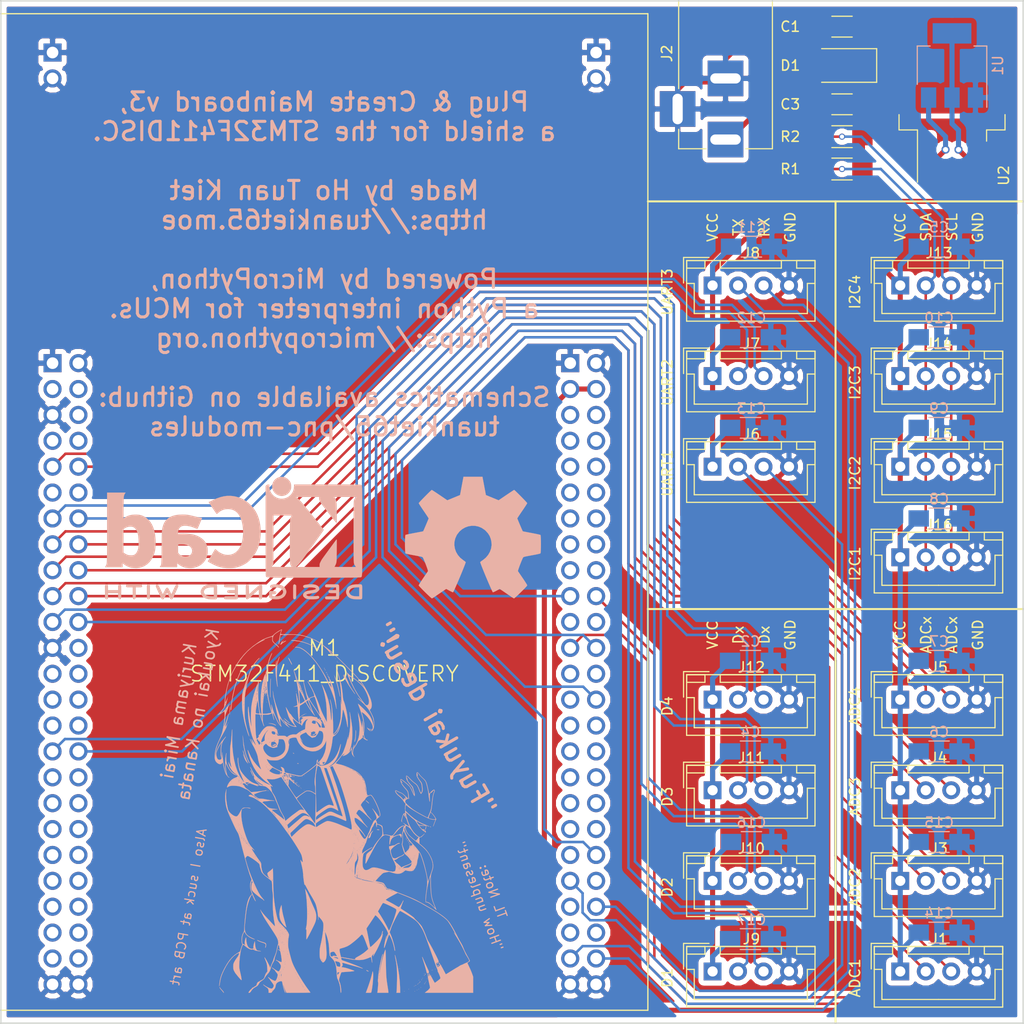
<source format=kicad_pcb>
(kicad_pcb (version 4) (host pcbnew 4.0.7)
  (layers (0 F.Cu signal hide) (31 B.Cu signal) (34 B.Paste user) (35 F.Paste user) (36 B.SilkS user) (37 F.SilkS user) (38 B.Mask user) (39 F.Mask user) (44 Edge.Cuts user))
  (net 0 "")
  (net 1 "Net-(C1-Pad1)")
  (net 2 GND)
  (net 3 +5V)
  (net 4 VCC)
  (net 5 /ADC1)
  (net 6 /ADC2)
  (net 7 /ADC3)
  (net 8 /ADC4)
  (net 9 /ADC5)
  (net 10 /ADC6)
  (net 11 /ADC7)
  (net 12 /ADC8)
  (net 13 /TX1)
  (net 14 /RX1)
  (net 15 /TX2)
  (net 16 /RX2)
  (net 17 /TX3)
  (net 18 /RX3)
  (net 19 /D1)
  (net 20 /D2)
  (net 21 /D3)
  (net 22 /D4)
  (net 23 /D5)
  (net 24 /D6)
  (net 25 /D7)
  (net 26 /D8)
  (net 27 /I2C1_SDA)
  (net 28 /I2C1_SCL)
  (module Connectors:BARREL_JACK (layer F.Cu) (at 153.67 51.72 270)
    (fp_text reference J2 (at -8.45 5.75 450) (layer F.SilkS))
    (fp_text value Barrel_Jack)
    (pad 1 thru_hole rect (at 0 0 270) (size 3.5 3.5) (drill oval 1 3) (layers *.Cu *.Mask) (net 4 VCC))
    (pad 2 thru_hole rect (at -6 0 270) (size 3.5 3.5) (drill oval 1 3) (layers *.Cu *.Mask) (net 2 GND))
    (pad 3 thru_hole rect (at -3 4.7 270) (size 3.5 3.5) (drill oval 3 1) (layers *.Cu *.Mask) (net 2 GND))
  )
  (module Capacitors_SMD:C_1206_HandSoldering (layer F.Cu) (at 165.1 40.64 180)
    (fp_text reference C1 (at 5.08 0 180) (layer F.SilkS))
    (fp_text value 100n)
    (pad 1 smd rect (at -2 0 180) (size 2 1.6) (layers F.Cu F.Paste F.Mask) (net 1 "Net-(C1-Pad1)"))
    (pad 2 smd rect (at 2 0 180) (size 2 1.6) (layers F.Cu F.Paste F.Mask) (net 2 GND))
  )
  (module Capacitors_SMD:C_1206_HandSoldering (layer F.Cu) (at 165.1 48.26 180)
    (fp_text reference C3 (at 5.08 0 180) (layer F.SilkS))
    (fp_text value 10u)
    (pad 1 smd rect (at -2 0 180) (size 2 1.6) (layers F.Cu F.Paste F.Mask) (net 3 +5V))
    (pad 2 smd rect (at 2 0 180) (size 2 1.6) (layers F.Cu F.Paste F.Mask) (net 2 GND))
  )
  (module Capacitors_SMD:C_1206_HandSoldering (layer B.Cu) (at 174.625 62.23)
    (fp_text reference C5 (at 0 -1.905) (layer B.SilkS) (effects (justify mirror)))
    (fp_text value 100n)
    (pad 1 smd rect (at -2 0) (size 2 1.6) (layers B.Cu B.Paste B.Mask) (net 3 +5V))
    (pad 2 smd rect (at 2 0) (size 2 1.6) (layers B.Cu B.Paste B.Mask) (net 2 GND))
  )
  (module Capacitors_SMD:C_1206_HandSoldering (layer B.Cu) (at 174.625 111.76)
    (fp_text reference C6 (at 0 -1.905) (layer B.SilkS) (effects (justify mirror)))
    (fp_text value 100n)
    (pad 1 smd rect (at -2 0) (size 2 1.6) (layers B.Cu B.Paste B.Mask) (net 3 +5V))
    (pad 2 smd rect (at 2 0) (size 2 1.6) (layers B.Cu B.Paste B.Mask) (net 2 GND))
  )
  (module Capacitors_SMD:C_1206_HandSoldering (layer B.Cu) (at 174.625 102.87)
    (fp_text reference C7 (at 0 -1.905) (layer B.SilkS) (effects (justify mirror)))
    (fp_text value 100n)
    (pad 1 smd rect (at -2 0) (size 2 1.6) (layers B.Cu B.Paste B.Mask) (net 3 +5V))
    (pad 2 smd rect (at 2 0) (size 2 1.6) (layers B.Cu B.Paste B.Mask) (net 2 GND))
  )
  (module Capacitors_SMD:C_1206_HandSoldering (layer B.Cu) (at 174.625 88.9)
    (fp_text reference C8 (at 0 -1.905) (layer B.SilkS) (effects (justify mirror)))
    (fp_text value 100n)
    (pad 1 smd rect (at -2 0) (size 2 1.6) (layers B.Cu B.Paste B.Mask) (net 3 +5V))
    (pad 2 smd rect (at 2 0) (size 2 1.6) (layers B.Cu B.Paste B.Mask) (net 2 GND))
  )
  (module Capacitors_SMD:C_1206_HandSoldering (layer B.Cu) (at 174.625 80.01)
    (fp_text reference C9 (at 0 -1.905) (layer B.SilkS) (effects (justify mirror)))
    (fp_text value 100n)
    (pad 1 smd rect (at -2 0) (size 2 1.6) (layers B.Cu B.Paste B.Mask) (net 3 +5V))
    (pad 2 smd rect (at 2 0) (size 2 1.6) (layers B.Cu B.Paste B.Mask) (net 2 GND))
  )
  (module Capacitors_SMD:C_1206_HandSoldering (layer B.Cu) (at 174.625 71.12)
    (fp_text reference C10 (at 0 -1.905) (layer B.SilkS) (effects (justify mirror)))
    (fp_text value 100n)
    (pad 1 smd rect (at -2 0) (size 2 1.6) (layers B.Cu B.Paste B.Mask) (net 3 +5V))
    (pad 2 smd rect (at 2 0) (size 2 1.6) (layers B.Cu B.Paste B.Mask) (net 2 GND))
  )
  (module Capacitors_SMD:C_1206_HandSoldering (layer B.Cu) (at 156.21 62.23)
    (fp_text reference C11 (at 0 -1.905) (layer B.SilkS) (effects (justify mirror)))
    (fp_text value 100n)
    (pad 1 smd rect (at -2 0) (size 2 1.6) (layers B.Cu B.Paste B.Mask) (net 3 +5V))
    (pad 2 smd rect (at 2 0) (size 2 1.6) (layers B.Cu B.Paste B.Mask) (net 2 GND))
  )
  (module Capacitors_SMD:C_1206_HandSoldering (layer B.Cu) (at 156.115 71.12)
    (fp_text reference C12 (at 0.095 -1.905) (layer B.SilkS) (effects (justify mirror)))
    (fp_text value 100n)
    (pad 1 smd rect (at -2 0) (size 2 1.6) (layers B.Cu B.Paste B.Mask) (net 3 +5V))
    (pad 2 smd rect (at 2 0) (size 2 1.6) (layers B.Cu B.Paste B.Mask) (net 2 GND))
  )
  (module Capacitors_SMD:C_1206_HandSoldering (layer B.Cu) (at 156.115 80.01)
    (fp_text reference C13 (at 0.095 -1.905) (layer B.SilkS) (effects (justify mirror)))
    (fp_text value 100n)
    (pad 1 smd rect (at -2 0) (size 2 1.6) (layers B.Cu B.Paste B.Mask) (net 3 +5V))
    (pad 2 smd rect (at 2 0) (size 2 1.6) (layers B.Cu B.Paste B.Mask) (net 2 GND))
  )
  (module Capacitors_SMD:C_1206_HandSoldering (layer B.Cu) (at 174.625 129.54)
    (fp_text reference C14 (at 0 -1.905) (layer B.SilkS) (effects (justify mirror)))
    (fp_text value 100n)
    (pad 1 smd rect (at -2 0) (size 2 1.6) (layers B.Cu B.Paste B.Mask) (net 3 +5V))
    (pad 2 smd rect (at 2 0) (size 2 1.6) (layers B.Cu B.Paste B.Mask) (net 2 GND))
  )
  (module Capacitors_SMD:C_1206_HandSoldering (layer B.Cu) (at 174.625 120.65)
    (fp_text reference C15 (at 0 -1.905) (layer B.SilkS) (effects (justify mirror)))
    (fp_text value 100n)
    (pad 1 smd rect (at -2 0) (size 2 1.6) (layers B.Cu B.Paste B.Mask) (net 3 +5V))
    (pad 2 smd rect (at 2 0) (size 2 1.6) (layers B.Cu B.Paste B.Mask) (net 2 GND))
  )
  (module Connectors_JST:JST_XH_B04B-XH-A_04x2.50mm_Straight (layer F.Cu) (at 170.815 133.35)
    (fp_text reference J1 (at 3.81 -3.175) (layer F.SilkS))
    (fp_text value Conn_01x04)
    (pad 1 thru_hole rect (at 0 0) (size 1.75 1.75) (drill 1) (layers *.Cu *.Mask) (net 3 +5V))
    (pad 2 thru_hole circle (at 2.5 0) (size 1.75 1.75) (drill 1) (layers *.Cu *.Mask) (net 5 /ADC1))
    (pad 3 thru_hole circle (at 5 0) (size 1.75 1.75) (drill 1) (layers *.Cu *.Mask) (net 6 /ADC2))
    (pad 4 thru_hole circle (at 7.5 0) (size 1.75 1.75) (drill 1) (layers *.Cu *.Mask) (net 2 GND))
  )
  (module Connectors_JST:JST_XH_B04B-XH-A_04x2.50mm_Straight (layer F.Cu) (at 170.815 124.46)
    (fp_text reference J3 (at 3.81 -3.175) (layer F.SilkS))
    (fp_text value Conn_01x04)
    (pad 1 thru_hole rect (at 0 0) (size 1.75 1.75) (drill 1) (layers *.Cu *.Mask) (net 3 +5V))
    (pad 2 thru_hole circle (at 2.5 0) (size 1.75 1.75) (drill 1) (layers *.Cu *.Mask) (net 7 /ADC3))
    (pad 3 thru_hole circle (at 5 0) (size 1.75 1.75) (drill 1) (layers *.Cu *.Mask) (net 8 /ADC4))
    (pad 4 thru_hole circle (at 7.5 0) (size 1.75 1.75) (drill 1) (layers *.Cu *.Mask) (net 2 GND))
  )
  (module Connectors_JST:JST_XH_B04B-XH-A_04x2.50mm_Straight (layer F.Cu) (at 170.815 115.57)
    (fp_text reference J4 (at 3.75 -3.175) (layer F.SilkS))
    (fp_text value Conn_01x04)
    (pad 1 thru_hole rect (at 0 0) (size 1.75 1.75) (drill 1) (layers *.Cu *.Mask) (net 3 +5V))
    (pad 2 thru_hole circle (at 2.5 0) (size 1.75 1.75) (drill 1) (layers *.Cu *.Mask) (net 9 /ADC5))
    (pad 3 thru_hole circle (at 5 0) (size 1.75 1.75) (drill 1) (layers *.Cu *.Mask) (net 10 /ADC6))
    (pad 4 thru_hole circle (at 7.5 0) (size 1.75 1.75) (drill 1) (layers *.Cu *.Mask) (net 2 GND))
  )
  (module Connectors_JST:JST_XH_B04B-XH-A_04x2.50mm_Straight (layer F.Cu) (at 170.815 106.68)
    (fp_text reference J5 (at 3.81 -3.175) (layer F.SilkS))
    (fp_text value Conn_01x04)
    (pad 1 thru_hole rect (at 0 0) (size 1.75 1.75) (drill 1) (layers *.Cu *.Mask) (net 3 +5V))
    (pad 2 thru_hole circle (at 2.5 0) (size 1.75 1.75) (drill 1) (layers *.Cu *.Mask) (net 11 /ADC7))
    (pad 3 thru_hole circle (at 5 0) (size 1.75 1.75) (drill 1) (layers *.Cu *.Mask) (net 12 /ADC8))
    (pad 4 thru_hole circle (at 7.5 0) (size 1.75 1.75) (drill 1) (layers *.Cu *.Mask) (net 2 GND))
  )
  (module Connectors_JST:JST_XH_B04B-XH-A_04x2.50mm_Straight (layer F.Cu) (at 152.4 83.82)
    (fp_text reference J6 (at 3.81 -3.175) (layer F.SilkS))
    (fp_text value Conn_01x04)
    (pad 1 thru_hole rect (at 0 0) (size 1.75 1.75) (drill 1) (layers *.Cu *.Mask) (net 3 +5V))
    (pad 2 thru_hole circle (at 2.5 0) (size 1.75 1.75) (drill 1) (layers *.Cu *.Mask) (net 13 /TX1))
    (pad 3 thru_hole circle (at 5 0) (size 1.75 1.75) (drill 1) (layers *.Cu *.Mask) (net 14 /RX1))
    (pad 4 thru_hole circle (at 7.5 0) (size 1.75 1.75) (drill 1) (layers *.Cu *.Mask) (net 2 GND))
  )
  (module Connectors_JST:JST_XH_B04B-XH-A_04x2.50mm_Straight (layer F.Cu) (at 152.4 74.93)
    (fp_text reference J7 (at 3.81 -3.175) (layer F.SilkS))
    (fp_text value Conn_01x04)
    (pad 1 thru_hole rect (at 0 0) (size 1.75 1.75) (drill 1) (layers *.Cu *.Mask) (net 3 +5V))
    (pad 2 thru_hole circle (at 2.5 0) (size 1.75 1.75) (drill 1) (layers *.Cu *.Mask) (net 15 /TX2))
    (pad 3 thru_hole circle (at 5 0) (size 1.75 1.75) (drill 1) (layers *.Cu *.Mask) (net 16 /RX2))
    (pad 4 thru_hole circle (at 7.5 0) (size 1.75 1.75) (drill 1) (layers *.Cu *.Mask) (net 2 GND))
  )
  (module Connectors_JST:JST_XH_B04B-XH-A_04x2.50mm_Straight (layer F.Cu) (at 152.4 66.04)
    (fp_text reference J8 (at 3.81 -3.175) (layer F.SilkS))
    (fp_text value Conn_01x04)
    (pad 1 thru_hole rect (at 0 0) (size 1.75 1.75) (drill 1) (layers *.Cu *.Mask) (net 3 +5V))
    (pad 2 thru_hole circle (at 2.5 0) (size 1.75 1.75) (drill 1) (layers *.Cu *.Mask) (net 17 /TX3))
    (pad 3 thru_hole circle (at 5 0) (size 1.75 1.75) (drill 1) (layers *.Cu *.Mask) (net 18 /RX3))
    (pad 4 thru_hole circle (at 7.5 0) (size 1.75 1.75) (drill 1) (layers *.Cu *.Mask) (net 2 GND))
  )
  (module Connectors_JST:JST_XH_B04B-XH-A_04x2.50mm_Straight (layer F.Cu) (at 152.4 133.35)
    (fp_text reference J9 (at 3.81 -3.175) (layer F.SilkS))
    (fp_text value Conn_01x04)
    (pad 1 thru_hole rect (at 0 0) (size 1.75 1.75) (drill 1) (layers *.Cu *.Mask) (net 3 +5V))
    (pad 2 thru_hole circle (at 2.5 0) (size 1.75 1.75) (drill 1) (layers *.Cu *.Mask) (net 19 /D1))
    (pad 3 thru_hole circle (at 5 0) (size 1.75 1.75) (drill 1) (layers *.Cu *.Mask) (net 20 /D2))
    (pad 4 thru_hole circle (at 7.5 0) (size 1.75 1.75) (drill 1) (layers *.Cu *.Mask) (net 2 GND))
  )
  (module Connectors_JST:JST_XH_B04B-XH-A_04x2.50mm_Straight (layer F.Cu) (at 152.4 124.46)
    (fp_text reference J10 (at 3.81 -3.175) (layer F.SilkS))
    (fp_text value Conn_01x04)
    (pad 1 thru_hole rect (at 0 0) (size 1.75 1.75) (drill 1) (layers *.Cu *.Mask) (net 3 +5V))
    (pad 2 thru_hole circle (at 2.5 0) (size 1.75 1.75) (drill 1) (layers *.Cu *.Mask) (net 21 /D3))
    (pad 3 thru_hole circle (at 5 0) (size 1.75 1.75) (drill 1) (layers *.Cu *.Mask) (net 22 /D4))
    (pad 4 thru_hole circle (at 7.5 0) (size 1.75 1.75) (drill 1) (layers *.Cu *.Mask) (net 2 GND))
  )
  (module Connectors_JST:JST_XH_B04B-XH-A_04x2.50mm_Straight (layer F.Cu) (at 152.4 115.57)
    (fp_text reference J11 (at 3.81 -3.175) (layer F.SilkS))
    (fp_text value Conn_01x04)
    (pad 1 thru_hole rect (at 0 0) (size 1.75 1.75) (drill 1) (layers *.Cu *.Mask) (net 3 +5V))
    (pad 2 thru_hole circle (at 2.5 0) (size 1.75 1.75) (drill 1) (layers *.Cu *.Mask) (net 23 /D5))
    (pad 3 thru_hole circle (at 5 0) (size 1.75 1.75) (drill 1) (layers *.Cu *.Mask) (net 24 /D6))
    (pad 4 thru_hole circle (at 7.5 0) (size 1.75 1.75) (drill 1) (layers *.Cu *.Mask) (net 2 GND))
  )
  (module Connectors_JST:JST_XH_B04B-XH-A_04x2.50mm_Straight (layer F.Cu) (at 152.4 106.68)
    (fp_text reference J12 (at 3.81 -3.175) (layer F.SilkS))
    (fp_text value Conn_01x04)
    (pad 1 thru_hole rect (at 0 0) (size 1.75 1.75) (drill 1) (layers *.Cu *.Mask) (net 3 +5V))
    (pad 2 thru_hole circle (at 2.5 0) (size 1.75 1.75) (drill 1) (layers *.Cu *.Mask) (net 25 /D7))
    (pad 3 thru_hole circle (at 5 0) (size 1.75 1.75) (drill 1) (layers *.Cu *.Mask) (net 26 /D8))
    (pad 4 thru_hole circle (at 7.5 0) (size 1.75 1.75) (drill 1) (layers *.Cu *.Mask) (net 2 GND))
  )
  (module Connectors_JST:JST_XH_B04B-XH-A_04x2.50mm_Straight (layer F.Cu) (at 170.815 66.04)
    (fp_text reference J13 (at 3.81 -3.175) (layer F.SilkS))
    (fp_text value Conn_01x04)
    (pad 1 thru_hole rect (at 0 0) (size 1.75 1.75) (drill 1) (layers *.Cu *.Mask) (net 3 +5V))
    (pad 2 thru_hole circle (at 2.5 0) (size 1.75 1.75) (drill 1) (layers *.Cu *.Mask) (net 27 /I2C1_SDA))
    (pad 3 thru_hole circle (at 5 0) (size 1.75 1.75) (drill 1) (layers *.Cu *.Mask) (net 28 /I2C1_SCL))
    (pad 4 thru_hole circle (at 7.5 0) (size 1.75 1.75) (drill 1) (layers *.Cu *.Mask) (net 2 GND))
  )
  (module Connectors_JST:JST_XH_B04B-XH-A_04x2.50mm_Straight (layer F.Cu) (at 170.815 74.93)
    (fp_text reference J14 (at 3.81 -3.175) (layer F.SilkS))
    (fp_text value Conn_01x04)
    (pad 1 thru_hole rect (at 0 0) (size 1.75 1.75) (drill 1) (layers *.Cu *.Mask) (net 3 +5V))
    (pad 2 thru_hole circle (at 2.5 0) (size 1.75 1.75) (drill 1) (layers *.Cu *.Mask) (net 27 /I2C1_SDA))
    (pad 3 thru_hole circle (at 5 0) (size 1.75 1.75) (drill 1) (layers *.Cu *.Mask) (net 28 /I2C1_SCL))
    (pad 4 thru_hole circle (at 7.5 0) (size 1.75 1.75) (drill 1) (layers *.Cu *.Mask) (net 2 GND))
  )
  (module Connectors_JST:JST_XH_B04B-XH-A_04x2.50mm_Straight (layer F.Cu) (at 170.815 83.82)
    (fp_text reference J15 (at 3.81 -3.175) (layer F.SilkS))
    (fp_text value Conn_01x04)
    (pad 1 thru_hole rect (at 0 0) (size 1.75 1.75) (drill 1) (layers *.Cu *.Mask) (net 3 +5V))
    (pad 2 thru_hole circle (at 2.5 0) (size 1.75 1.75) (drill 1) (layers *.Cu *.Mask) (net 27 /I2C1_SDA))
    (pad 3 thru_hole circle (at 5 0) (size 1.75 1.75) (drill 1) (layers *.Cu *.Mask) (net 28 /I2C1_SCL))
    (pad 4 thru_hole circle (at 7.5 0) (size 1.75 1.75) (drill 1) (layers *.Cu *.Mask) (net 2 GND))
  )
  (module Connectors_JST:JST_XH_B04B-XH-A_04x2.50mm_Straight (layer F.Cu) (at 170.815 92.71)
    (fp_text reference J16 (at 3.81 -3.175) (layer F.SilkS))
    (fp_text value Conn_01x04)
    (pad 1 thru_hole rect (at 0 0) (size 1.75 1.75) (drill 1) (layers *.Cu *.Mask) (net 3 +5V))
    (pad 2 thru_hole circle (at 2.5 0) (size 1.75 1.75) (drill 1) (layers *.Cu *.Mask) (net 27 /I2C1_SDA))
    (pad 3 thru_hole circle (at 5 0) (size 1.75 1.75) (drill 1) (layers *.Cu *.Mask) (net 28 /I2C1_SCL))
    (pad 4 thru_hole circle (at 7.5 0) (size 1.75 1.75) (drill 1) (layers *.Cu *.Mask) (net 2 GND))
  )
  (module Resistors_SMD:R_1206_HandSoldering (layer F.Cu) (at 165.1 54.61)
    (fp_text reference R1 (at -5.08 0) (layer F.SilkS))
    (fp_text value 10k)
    (pad 1 smd rect (at -2 0) (size 2 1.7) (layers F.Cu F.Paste F.Mask) (net 27 /I2C1_SDA))
    (pad 2 smd rect (at 2 0) (size 2 1.7) (layers F.Cu F.Paste F.Mask) (net 3 +5V))
  )
  (module Resistors_SMD:R_1206_HandSoldering (layer F.Cu) (at 165.1 51.435)
    (fp_text reference R2 (at -5.08 0) (layer F.SilkS))
    (fp_text value 10k)
    (pad 1 smd rect (at -2 0) (size 2 1.7) (layers F.Cu F.Paste F.Mask) (net 28 /I2C1_SCL))
    (pad 2 smd rect (at 2 0) (size 2 1.7) (layers F.Cu F.Paste F.Mask) (net 3 +5V))
  )
  (module TO_SOT_Packages_SMD:TO-263-2 (layer F.Cu) (at 175.895 47.825 90)
    (fp_text reference U2 (at -7.42 5.08 270) (layer F.SilkS))
    (fp_text value L7805)
    (pad 1 smd rect (at -5.775 -2.54 90) (size 4.6 1.1) (layers F.Cu F.Paste F.Mask) (net 1 "Net-(C1-Pad1)"))
    (pad 3 smd rect (at -5.775 2.54 90) (size 4.6 1.1) (layers F.Cu F.Paste F.Mask) (net 3 +5V))
    (pad 2 smd rect (at 3.375 0 90) (size 9.4 10.8) (layers F.Cu F.Mask) (net 2 GND))
    (pad 2 smd rect (at 5.8 2.775 90) (size 4.55 5.25) (layers F.Cu F.Paste) (net 2 GND))
    (pad 2 smd rect (at 0.95 -2.775 90) (size 4.55 5.25) (layers F.Cu F.Paste) (net 2 GND))
    (pad 2 smd rect (at 5.8 -2.775 90) (size 4.55 5.25) (layers F.Cu F.Paste) (net 2 GND))
    (pad 2 smd rect (at 0.95 2.775 90) (size 4.55 5.25) (layers F.Cu F.Paste) (net 2 GND))
  )
  (module Capacitors_SMD:C_1206_HandSoldering (layer B.Cu) (at 156.115 102.87)
    (fp_text reference C2 (at 0 -1.905) (layer B.SilkS) (effects (justify mirror)))
    (fp_text value 100n)
    (pad 1 smd rect (at -2 0) (size 2 1.6) (layers B.Cu B.Paste B.Mask) (net 3 +5V))
    (pad 2 smd rect (at 2 0) (size 2 1.6) (layers B.Cu B.Paste B.Mask) (net 2 GND))
  )
  (module Capacitors_SMD:C_1206_HandSoldering (layer B.Cu) (at 156.115 111.76)
    (fp_text reference C4 (at 0 -1.905) (layer B.SilkS) (effects (justify mirror)))
    (fp_text value 100n)
    (pad 1 smd rect (at -2 0) (size 2 1.6) (layers B.Cu B.Paste B.Mask) (net 3 +5V))
    (pad 2 smd rect (at 2 0) (size 2 1.6) (layers B.Cu B.Paste B.Mask) (net 2 GND))
  )
  (module Capacitors_SMD:C_1206_HandSoldering (layer B.Cu) (at 156.21 120.65)
    (fp_text reference C16 (at 0 -1.905) (layer B.SilkS) (effects (justify mirror)))
    (fp_text value 100n)
    (pad 1 smd rect (at -2 0) (size 2 1.6) (layers B.Cu B.Paste B.Mask) (net 3 +5V))
    (pad 2 smd rect (at 2 0) (size 2 1.6) (layers B.Cu B.Paste B.Mask) (net 2 GND))
  )
  (module Capacitors_SMD:C_1206_HandSoldering (layer B.Cu) (at 156.115 130.175)
    (fp_text reference C17 (at 0.095 -1.905) (layer B.SilkS) (effects (justify mirror)))
    (fp_text value 100n)
    (pad 1 smd rect (at -2 0) (size 2 1.6) (layers B.Cu B.Paste B.Mask) (net 3 +5V))
    (pad 2 smd rect (at 2 0) (size 2 1.6) (layers B.Cu B.Paste B.Mask) (net 2 GND))
  )
  (module STM32F411DISC:STM32F411_DISCOVERY-STM32F411_DISCOVERY (layer F.Cu) (at 114.3 101.6)
    (fp_text reference M1 (at 0 0) (layer F.SilkS))
    (fp_text value STM32F411_DISCOVERY (at 0 2.54) (layer F.SilkS))
    (pad 1 thru_hole rect (at -26.67 -27.94) (size 1.778 1.778) (drill 1.143) (layers *.Cu *.Paste *.Mask) (net 2 GND))
    (pad 2 thru_hole circle (at -26.67 -25.4) (size 1.778 1.778) (drill 1.143) (layers *.Cu *.Paste *.Mask))
    (pad 3 thru_hole circle (at -26.67 -22.86) (size 1.778 1.778) (drill 1.143) (layers *.Cu *.Paste *.Mask) (net 2 GND))
    (pad 4 thru_hole circle (at -26.67 -20.32) (size 1.778 1.778) (drill 1.143) (layers *.Cu *.Paste *.Mask))
    (pad 5 thru_hole circle (at -26.67 -17.78) (size 1.778 1.778) (drill 1.143) (layers *.Cu *.Paste *.Mask) (net 12 /ADC8))
    (pad 6 thru_hole circle (at -26.67 -15.24) (size 1.778 1.778) (drill 1.143) (layers *.Cu *.Paste *.Mask))
    (pad 7 thru_hole circle (at -26.67 -12.7) (size 1.778 1.778) (drill 1.143) (layers *.Cu *.Paste *.Mask) (net 16 /RX2))
    (pad 8 thru_hole circle (at -26.67 -10.16) (size 1.778 1.778) (drill 1.143) (layers *.Cu *.Paste *.Mask) (net 10 /ADC6))
    (pad 9 thru_hole circle (at -26.67 -7.62) (size 1.778 1.778) (drill 1.143) (layers *.Cu *.Paste *.Mask) (net 8 /ADC4))
    (pad 10 thru_hole circle (at -26.67 -5.08) (size 1.778 1.778) (drill 1.143) (layers *.Cu *.Paste *.Mask) (net 6 /ADC2))
    (pad 11 thru_hole circle (at -26.67 -2.54) (size 1.778 1.778) (drill 1.143) (layers *.Cu *.Paste *.Mask) (net 26 /D8))
    (pad 12 thru_hole circle (at -26.67 0) (size 1.778 1.778) (drill 1.143) (layers *.Cu *.Paste *.Mask) (net 2 GND))
    (pad 13 thru_hole circle (at -26.67 2.54) (size 1.778 1.778) (drill 1.143) (layers *.Cu *.Paste *.Mask))
    (pad 14 thru_hole circle (at -26.67 5.08) (size 1.778 1.778) (drill 1.143) (layers *.Cu *.Paste *.Mask))
    (pad 15 thru_hole circle (at -26.67 7.62) (size 1.778 1.778) (drill 1.143) (layers *.Cu *.Paste *.Mask))
    (pad 16 thru_hole circle (at -26.67 10.16) (size 1.778 1.778) (drill 1.143) (layers *.Cu *.Paste *.Mask) (net 24 /D6))
    (pad 17 thru_hole circle (at -26.67 12.7) (size 1.778 1.778) (drill 1.143) (layers *.Cu *.Paste *.Mask))
    (pad 18 thru_hole circle (at -26.67 15.24) (size 1.778 1.778) (drill 1.143) (layers *.Cu *.Paste *.Mask))
    (pad 19 thru_hole circle (at -26.67 17.78) (size 1.778 1.778) (drill 1.143) (layers *.Cu *.Paste *.Mask))
    (pad 20 thru_hole circle (at -26.67 20.32) (size 1.778 1.778) (drill 1.143) (layers *.Cu *.Paste *.Mask))
    (pad 21 thru_hole circle (at -26.67 22.86) (size 1.778 1.778) (drill 1.143) (layers *.Cu *.Paste *.Mask))
    (pad 22 thru_hole circle (at -26.67 25.4) (size 1.778 1.778) (drill 1.143) (layers *.Cu *.Paste *.Mask))
    (pad 23 thru_hole circle (at -26.67 27.94) (size 1.778 1.778) (drill 1.143) (layers *.Cu *.Paste *.Mask))
    (pad 24 thru_hole circle (at -26.67 30.48) (size 1.778 1.778) (drill 1.143) (layers *.Cu *.Paste *.Mask))
    (pad 25 thru_hole circle (at -26.67 33.02) (size 1.778 1.778) (drill 1.143) (layers *.Cu *.Paste *.Mask) (net 2 GND))
    (pad 26 thru_hole circle (at -24.13 -27.94) (size 1.778 1.778) (drill 1.143) (layers *.Cu *.Paste *.Mask) (net 2 GND))
    (pad 27 thru_hole circle (at -24.13 -25.4) (size 1.778 1.778) (drill 1.143) (layers *.Cu *.Paste *.Mask))
    (pad 28 thru_hole circle (at -24.13 -22.86) (size 1.778 1.778) (drill 1.143) (layers *.Cu *.Paste *.Mask))
    (pad 29 thru_hole circle (at -24.13 -20.32) (size 1.778 1.778) (drill 1.143) (layers *.Cu *.Paste *.Mask))
    (pad 30 thru_hole circle (at -24.13 -17.78) (size 1.778 1.778) (drill 1.143) (layers *.Cu *.Paste *.Mask) (net 11 /ADC7))
    (pad 31 thru_hole circle (at -24.13 -15.24) (size 1.778 1.778) (drill 1.143) (layers *.Cu *.Paste *.Mask))
    (pad 32 thru_hole circle (at -24.13 -12.7) (size 1.778 1.778) (drill 1.143) (layers *.Cu *.Paste *.Mask) (net 15 /TX2))
    (pad 33 thru_hole circle (at -24.13 -10.16) (size 1.778 1.778) (drill 1.143) (layers *.Cu *.Paste *.Mask) (net 9 /ADC5))
    (pad 34 thru_hole circle (at -24.13 -7.62) (size 1.778 1.778) (drill 1.143) (layers *.Cu *.Paste *.Mask) (net 7 /ADC3))
    (pad 35 thru_hole circle (at -24.13 -5.08) (size 1.778 1.778) (drill 1.143) (layers *.Cu *.Paste *.Mask) (net 5 /ADC1))
    (pad 36 thru_hole circle (at -24.13 -2.54) (size 1.778 1.778) (drill 1.143) (layers *.Cu *.Paste *.Mask) (net 25 /D7))
    (pad 37 thru_hole circle (at -24.13 0) (size 1.778 1.778) (drill 1.143) (layers *.Cu *.Paste *.Mask))
    (pad 38 thru_hole circle (at -24.13 2.54) (size 1.778 1.778) (drill 1.143) (layers *.Cu *.Paste *.Mask))
    (pad 39 thru_hole circle (at -24.13 5.08) (size 1.778 1.778) (drill 1.143) (layers *.Cu *.Paste *.Mask))
    (pad 40 thru_hole circle (at -24.13 7.62) (size 1.778 1.778) (drill 1.143) (layers *.Cu *.Paste *.Mask))
    (pad 41 thru_hole circle (at -24.13 10.16) (size 1.778 1.778) (drill 1.143) (layers *.Cu *.Paste *.Mask) (net 23 /D5))
    (pad 42 thru_hole circle (at -24.13 12.7) (size 1.778 1.778) (drill 1.143) (layers *.Cu *.Paste *.Mask))
    (pad 43 thru_hole circle (at -24.13 15.24) (size 1.778 1.778) (drill 1.143) (layers *.Cu *.Paste *.Mask))
    (pad 44 thru_hole circle (at -24.13 17.78) (size 1.778 1.778) (drill 1.143) (layers *.Cu *.Paste *.Mask))
    (pad 45 thru_hole circle (at -24.13 20.32) (size 1.778 1.778) (drill 1.143) (layers *.Cu *.Paste *.Mask))
    (pad 46 thru_hole circle (at -24.13 22.86) (size 1.778 1.778) (drill 1.143) (layers *.Cu *.Paste *.Mask))
    (pad 47 thru_hole circle (at -24.13 25.4) (size 1.778 1.778) (drill 1.143) (layers *.Cu *.Paste *.Mask))
    (pad 48 thru_hole circle (at -24.13 27.94) (size 1.778 1.778) (drill 1.143) (layers *.Cu *.Paste *.Mask))
    (pad 49 thru_hole circle (at -24.13 30.48) (size 1.778 1.778) (drill 1.143) (layers *.Cu *.Paste *.Mask))
    (pad 50 thru_hole circle (at -24.13 33.02) (size 1.778 1.778) (drill 1.143) (layers *.Cu *.Paste *.Mask) (net 2 GND))
    (pad 51 thru_hole rect (at 24.13 -27.94) (size 1.778 1.778) (drill 1.143) (layers *.Cu *.Paste *.Mask) (net 2 GND))
    (pad 52 thru_hole circle (at 24.13 -25.4) (size 1.778 1.778) (drill 1.143) (layers *.Cu *.Paste *.Mask) (net 3 +5V))
    (pad 53 thru_hole circle (at 24.13 -22.86) (size 1.778 1.778) (drill 1.143) (layers *.Cu *.Paste *.Mask))
    (pad 54 thru_hole circle (at 24.13 -20.32) (size 1.778 1.778) (drill 1.143) (layers *.Cu *.Paste *.Mask))
    (pad 55 thru_hole circle (at 24.13 -17.78) (size 1.778 1.778) (drill 1.143) (layers *.Cu *.Paste *.Mask))
    (pad 56 thru_hole circle (at 24.13 -15.24) (size 1.778 1.778) (drill 1.143) (layers *.Cu *.Paste *.Mask))
    (pad 57 thru_hole circle (at 24.13 -12.7) (size 1.778 1.778) (drill 1.143) (layers *.Cu *.Paste *.Mask))
    (pad 58 thru_hole circle (at 24.13 -10.16) (size 1.778 1.778) (drill 1.143) (layers *.Cu *.Paste *.Mask))
    (pad 59 thru_hole circle (at 24.13 -7.62) (size 1.778 1.778) (drill 1.143) (layers *.Cu *.Paste *.Mask))
    (pad 60 thru_hole circle (at 24.13 -5.08) (size 1.778 1.778) (drill 1.143) (layers *.Cu *.Paste *.Mask) (net 19 /D1))
    (pad 61 thru_hole circle (at 24.13 -2.54) (size 1.778 1.778) (drill 1.143) (layers *.Cu *.Paste *.Mask))
    (pad 62 thru_hole circle (at 24.13 0) (size 1.778 1.778) (drill 1.143) (layers *.Cu *.Paste *.Mask) (net 28 /I2C1_SCL))
    (pad 63 thru_hole circle (at 24.13 2.54) (size 1.778 1.778) (drill 1.143) (layers *.Cu *.Paste *.Mask))
    (pad 64 thru_hole circle (at 24.13 5.08) (size 1.778 1.778) (drill 1.143) (layers *.Cu *.Paste *.Mask))
    (pad 65 thru_hole circle (at 24.13 7.62) (size 1.778 1.778) (drill 1.143) (layers *.Cu *.Paste *.Mask))
    (pad 66 thru_hole circle (at 24.13 10.16) (size 1.778 1.778) (drill 1.143) (layers *.Cu *.Paste *.Mask))
    (pad 67 thru_hole circle (at 24.13 12.7) (size 1.778 1.778) (drill 1.143) (layers *.Cu *.Paste *.Mask))
    (pad 68 thru_hole circle (at 24.13 15.24) (size 1.778 1.778) (drill 1.143) (layers *.Cu *.Paste *.Mask))
    (pad 69 thru_hole circle (at 24.13 17.78) (size 1.778 1.778) (drill 1.143) (layers *.Cu *.Paste *.Mask))
    (pad 70 thru_hole circle (at 24.13 20.32) (size 1.778 1.778) (drill 1.143) (layers *.Cu *.Paste *.Mask))
    (pad 71 thru_hole circle (at 24.13 22.86) (size 1.778 1.778) (drill 1.143) (layers *.Cu *.Paste *.Mask) (net 14 /RX1))
    (pad 72 thru_hole circle (at 24.13 25.4) (size 1.778 1.778) (drill 1.143) (layers *.Cu *.Paste *.Mask))
    (pad 73 thru_hole circle (at 24.13 27.94) (size 1.778 1.778) (drill 1.143) (layers *.Cu *.Paste *.Mask))
    (pad 74 thru_hole circle (at 24.13 30.48) (size 1.778 1.778) (drill 1.143) (layers *.Cu *.Paste *.Mask) (net 17 /TX3))
    (pad 75 thru_hole circle (at 24.13 33.02) (size 1.778 1.778) (drill 1.143) (layers *.Cu *.Paste *.Mask) (net 2 GND))
    (pad 76 thru_hole circle (at 26.67 -27.94) (size 1.778 1.778) (drill 1.143) (layers *.Cu *.Paste *.Mask) (net 2 GND))
    (pad 77 thru_hole circle (at 26.67 -25.4) (size 1.778 1.778) (drill 1.143) (layers *.Cu *.Paste *.Mask) (net 3 +5V))
    (pad 78 thru_hole circle (at 26.67 -22.86) (size 1.778 1.778) (drill 1.143) (layers *.Cu *.Paste *.Mask))
    (pad 79 thru_hole circle (at 26.67 -20.32) (size 1.778 1.778) (drill 1.143) (layers *.Cu *.Paste *.Mask))
    (pad 80 thru_hole circle (at 26.67 -17.78) (size 1.778 1.778) (drill 1.143) (layers *.Cu *.Paste *.Mask))
    (pad 81 thru_hole circle (at 26.67 -15.24) (size 1.778 1.778) (drill 1.143) (layers *.Cu *.Paste *.Mask))
    (pad 82 thru_hole circle (at 26.67 -12.7) (size 1.778 1.778) (drill 1.143) (layers *.Cu *.Paste *.Mask))
    (pad 83 thru_hole circle (at 26.67 -10.16) (size 1.778 1.778) (drill 1.143) (layers *.Cu *.Paste *.Mask))
    (pad 84 thru_hole circle (at 26.67 -7.62) (size 1.778 1.778) (drill 1.143) (layers *.Cu *.Paste *.Mask))
    (pad 85 thru_hole circle (at 26.67 -5.08) (size 1.778 1.778) (drill 1.143) (layers *.Cu *.Paste *.Mask) (net 27 /I2C1_SDA))
    (pad 86 thru_hole circle (at 26.67 -2.54) (size 1.778 1.778) (drill 1.143) (layers *.Cu *.Paste *.Mask))
    (pad 87 thru_hole circle (at 26.67 0) (size 1.778 1.778) (drill 1.143) (layers *.Cu *.Paste *.Mask) (net 20 /D2))
    (pad 88 thru_hole circle (at 26.67 2.54) (size 1.778 1.778) (drill 1.143) (layers *.Cu *.Paste *.Mask))
    (pad 89 thru_hole circle (at 26.67 5.08) (size 1.778 1.778) (drill 1.143) (layers *.Cu *.Paste *.Mask) (net 21 /D3))
    (pad 90 thru_hole circle (at 26.67 7.62) (size 1.778 1.778) (drill 1.143) (layers *.Cu *.Paste *.Mask))
    (pad 91 thru_hole circle (at 26.67 10.16) (size 1.778 1.778) (drill 1.143) (layers *.Cu *.Paste *.Mask))
    (pad 92 thru_hole circle (at 26.67 12.7) (size 1.778 1.778) (drill 1.143) (layers *.Cu *.Paste *.Mask))
    (pad 93 thru_hole circle (at 26.67 15.24) (size 1.778 1.778) (drill 1.143) (layers *.Cu *.Paste *.Mask))
    (pad 94 thru_hole circle (at 26.67 17.78) (size 1.778 1.778) (drill 1.143) (layers *.Cu *.Paste *.Mask))
    (pad 95 thru_hole circle (at 26.67 20.32) (size 1.778 1.778) (drill 1.143) (layers *.Cu *.Paste *.Mask) (net 22 /D4))
    (pad 96 thru_hole circle (at 26.67 22.86) (size 1.778 1.778) (drill 1.143) (layers *.Cu *.Paste *.Mask))
    (pad 97 thru_hole circle (at 26.67 25.4) (size 1.778 1.778) (drill 1.143) (layers *.Cu *.Paste *.Mask) (net 13 /TX1))
    (pad 98 thru_hole circle (at 26.67 27.94) (size 1.778 1.778) (drill 1.143) (layers *.Cu *.Paste *.Mask))
    (pad 99 thru_hole circle (at 26.67 30.48) (size 1.778 1.778) (drill 1.143) (layers *.Cu *.Paste *.Mask) (net 18 /RX3))
    (pad 100 thru_hole circle (at 26.67 33.02) (size 1.778 1.778) (drill 1.143) (layers *.Cu *.Paste *.Mask) (net 2 GND))
    (pad 101 thru_hole rect (at -26.67 -58.42) (size 1.778 1.778) (drill 1.143) (layers *.Cu *.Paste *.Mask) (net 2 GND))
    (pad 102 thru_hole circle (at -26.67 -55.88) (size 1.778 1.778) (drill 1.143) (layers *.Cu *.Paste *.Mask) (net 2 GND))
    (pad 103 thru_hole rect (at 26.67 -58.42) (size 1.778 1.778) (drill 1.143) (layers *.Cu *.Paste *.Mask) (net 2 GND))
    (pad 104 thru_hole circle (at 26.67 -55.88) (size 1.778 1.778) (drill 1.143) (layers *.Cu *.Paste *.Mask) (net 2 GND))
  )
  (module anime_silkscreen:mirai_a6a26c71 (layer B.Cu) (at 116.205 117.475 180)
    (fp_text reference G*** hide)
    (fp_text value LOGO hide)
  )
  (module Symbols:KiCad-Logo2_12mm_SilkScreen (layer B.Cu) (at 105.41 90.805 180)
    (fp_text reference REF*** hide)
    (fp_text value KiCad-Logo2_12mm_SilkScreen hide)
  )
  (module Symbols:OSHW-Symbol_13.4x12mm_SilkScreen (layer B.Cu) (at 128.905 90.805 180)
    (fp_text reference REF*** hide)
    (fp_text value OSHW-Symbol_13.4x12mm_SilkScreen hide)
  )
  (module TO_SOT_Packages_SMD:SOT-223-3_TabPin2 (layer B.Cu) (at 175.895 44.45 90)
    (fp_text reference U1 (at 0 4.5 90) (layer B.SilkS) (effects (justify mirror)))
    (fp_text value LD1117S50TR_SOT223)
    (pad 2 smd rect (at 3.15 0 90) (size 2 3.8) (layers B.Cu B.Paste B.Mask) (net 3 +5V))
    (pad 2 smd rect (at -3.15 0 90) (size 2 1.5) (layers B.Cu B.Paste B.Mask) (net 3 +5V))
    (pad 3 smd rect (at -3.15 -2.3 90) (size 2 1.5) (layers B.Cu B.Paste B.Mask) (net 1 "Net-(C1-Pad1)"))
    (pad 1 smd rect (at -3.15 2.3 90) (size 2 1.5) (layers B.Cu B.Paste B.Mask) (net 2 GND))
  )
  (module Diodes_SMD:D_SMA (layer F.Cu) (at 165.1 44.45 180)
    (fp_text reference D1 (at 5.08 0 180) (layer F.SilkS))
    (fp_text value SS34)
    (pad 1 smd rect (at -2 0 180) (size 2.5 1.8) (layers F.Cu F.Paste F.Mask) (net 1 "Net-(C1-Pad1)"))
    (pad 2 smd rect (at 2 0 180) (size 2.5 1.8) (layers F.Cu F.Paste F.Mask) (net 4 VCC))
  )
  (gr_text "Also I suck at PCB art" (at 100.965 127 80) (layer B.SilkS) (effects (font (size 0.9 0.9) (thickness 0.12)) (justify mirror)))
  (gr_text "TL Note:\n\"How unplesant\"" (at 130.175 125.73 290) (layer B.SilkS) (effects (font (size 0.9 0.9) (thickness 0.12)) (justify mirror)))
  (gr_text "\"Fuyukai desu!\"" (at 125.095 108.585 300) (layer B.SilkS) (effects (font (size 1.8 1.8) (thickness 0.3)) (justify mirror)))
  (gr_text "Kuriyama Mirai\nKyoukai no Kanata" (at 100.965 107.95 80) (layer B.SilkS) (effects (font (size 1.2 1.2) (thickness 0.17)) (justify mirror)))
  (gr_line (start 164.465 138.43) (end 164.465 57.785) (layer F.SilkS) (width 0.2))
  (gr_text UART3 (at 147.955 66.675 90) (layer F.SilkS) (effects (font (size 1 1))))
  (gr_text TX (at 154.94 60.325 90) (layer F.SilkS) (effects (font (size 1 1))))
  (gr_text "Plug & Create Mainboard v3,\na shield for the STM32F411DISC.\n\nMade by Ho Tuan Kiet\nhttps://tuankiet65.moe\n\nPowered by MicroPython,\na Python interpreter for MCUs.\nhttps://micropython.org\n\nSchematics available on Github:\ntuankiet65/pnc-modules\n\n" (at 114.3 65.405) (layer B.SilkS) (effects (font (size 1.8 1.8) (thickness 0.3)) (justify mirror)))
  (gr_line (start 182.88 57.785) (end 146.05 57.785) (layer F.SilkS) (width 0.2))
  (gr_line (start 146.05 97.79) (end 182.88 97.79) (layer F.SilkS) (width 0.2))
  (gr_line (start 182.88 38.1) (end 182.245 38.1) (layer Edge.Cuts) (width 0.15))
  (gr_line (start 182.88 138.43) (end 182.88 38.1) (layer Edge.Cuts) (width 0.15))
  (gr_line (start 82.55 138.43) (end 182.88 138.43) (layer Edge.Cuts) (width 0.15))
  (gr_line (start 82.55 135.89) (end 82.55 138.43) (layer Edge.Cuts) (width 0.15))
  (gr_text GND (at 160.02 60.325 90) (layer F.SilkS) (effects (font (size 1 1))))
  (gr_text RX (at 157.48 60.325 90) (layer F.SilkS) (effects (font (size 1 1))))
  (gr_text VCC (at 152.4 60.325 90) (layer F.SilkS) (effects (font (size 1 1))))
  (gr_text UART2 (at 147.955 75.565 90) (layer F.SilkS) (effects (font (size 1 1))))
  (gr_text UART1 (at 147.955 84.455 90) (layer F.SilkS) (effects (font (size 1 1))))
  (gr_text D4 (at 147.955 107.315 90) (layer F.SilkS) (effects (font (size 1 1))))
  (gr_text D3 (at 147.955 116.205 90) (layer F.SilkS) (effects (font (size 1 1))))
  (gr_text D2 (at 147.955 125.095 90) (layer F.SilkS) (effects (font (size 1 1))))
  (gr_text D1 (at 147.955 133.985 90) (layer F.SilkS) (effects (font (size 1 1))))
  (gr_text GND (at 160.02 100.33 90) (layer F.SilkS) (effects (font (size 1 1))))
  (gr_text Dx (at 157.48 100.33 90) (layer F.SilkS) (effects (font (size 1 1))))
  (gr_text Dx (at 154.94 100.33 90) (layer F.SilkS) (effects (font (size 1 1))))
  (gr_text VCC (at 152.4 100.33 90) (layer F.SilkS) (effects (font (size 1 1))))
  (gr_text VCC (at 170.815 60.325 90) (layer F.SilkS) (effects (font (size 1 1))))
  (gr_text SDA (at 173.355 60.325 90) (layer F.SilkS) (effects (font (size 1 1))))
  (gr_text SCL (at 175.895 60.325 90) (layer F.SilkS) (effects (font (size 1 1))))
  (gr_text GND (at 178.435 60.325 90) (layer F.SilkS) (effects (font (size 1 1))))
  (gr_text I2C4 (at 166.37 66.675 90) (layer F.SilkS) (effects (font (size 1 1))))
  (gr_text I2C3 (at 166.37 75.565 90) (layer F.SilkS) (effects (font (size 1 1))))
  (gr_text I2C2 (at 166.37 84.455 90) (layer F.SilkS) (effects (font (size 1 1))))
  (gr_text I2C1 (at 166.37 93.345 90) (layer F.SilkS) (effects (font (size 1 1))))
  (gr_text ADC4 (at 166.37 107.315 90) (layer F.SilkS) (effects (font (size 1 1))))
  (gr_text ADC3 (at 166.37 116.205 90) (layer F.SilkS) (effects (font (size 1 1))))
  (gr_text ADC2 (at 166.37 125.095 90) (layer F.SilkS) (effects (font (size 1 1))))
  (gr_text ADC1 (at 166.37 133.985 90) (layer F.SilkS) (effects (font (size 1 1))))
  (gr_text GND (at 178.435 100.33 90) (layer F.SilkS) (effects (font (size 1 1))))
  (gr_text ADCx (at 175.895 100.33 90) (layer F.SilkS) (effects (font (size 1 1))))
  (gr_text ADCx (at 173.355 100.33 90) (layer F.SilkS) (effects (font (size 1 1))))
  (gr_text VCC (at 170.815 100.33 90) (layer F.SilkS) (effects (font (size 1 1))))
  (gr_line (start 182.245 38.1) (end 82.55 38.1) (layer Edge.Cuts) (width 0.15))
  (gr_line (start 82.55 38.1) (end 82.55 135.89) (layer Edge.Cuts) (width 0.15))
  (segment (start 173.595 49.77) (end 175.26 51.435) (width 0.5) (layer B.Cu) (net 1))
  (segment (start 175.26 51.435) (end 175.26 52.705) (width 0.5) (layer B.Cu) (net 1))
  (segment (start 173.595 47.6) (end 173.595 49.77) (width 0.5) (layer B.Cu) (net 1))
  (segment (start 173.595 47.85) (end 173.595 47.6) (width 0.5) (layer B.Cu) (net 1))
  (via (at 175.26 52.705) (size 0.8) (drill 0.5) (layers F.Cu B.Cu) (net 1))
  (segment (start 173.355 53.6) (end 174.365 53.6) (width 0.5) (layer F.Cu) (net 1))
  (segment (start 174.365 53.6) (end 175.26 52.705) (width 0.5) (layer F.Cu) (net 1))
  (segment (start 169.545 50.84) (end 172.305 53.6) (width 0.5) (layer F.Cu) (net 1))
  (segment (start 167.1 44.45) (end 167.45 44.45) (width 0.5) (layer F.Cu) (net 1))
  (segment (start 167.45 44.45) (end 169.545 46.545) (width 0.5) (layer F.Cu) (net 1))
  (segment (start 169.545 46.545) (end 169.545 50.84) (width 0.5) (layer F.Cu) (net 1))
  (segment (start 172.305 53.6) (end 173.355 53.6) (width 0.5) (layer F.Cu) (net 1))
  (segment (start 167.1 40.64) (end 167.1 44.45) (width 0.5) (layer F.Cu) (net 1))
  (segment (start 169.545 41.575) (end 169.545 41.275) (width 0.5) (layer F.Cu) (net 2))
  (segment (start 173.12 42.025) (end 169.995 42.025) (width 0.5) (layer F.Cu) (net 2))
  (segment (start 169.995 42.025) (end 169.545 41.575) (width 0.5) (layer F.Cu) (net 2))
  (segment (start 163.1 40.64) (end 163.1 39.59) (width 0.25) (layer F.Cu) (net 2))
  (segment (start 151.765 55.88) (end 155.28 55.88) (width 0.5) (layer F.Cu) (net 2))
  (segment (start 155.28 55.88) (end 162.9 48.26) (width 0.5) (layer F.Cu) (net 2))
  (segment (start 162.9 48.26) (end 163.1 48.26) (width 0.5) (layer F.Cu) (net 2))
  (segment (start 148.97 53.085) (end 151.765 55.88) (width 0.5) (layer F.Cu) (net 2))
  (segment (start 148.97 49.07) (end 148.97 53.085) (width 0.5) (layer F.Cu) (net 2))
  (segment (start 173.99 46.125) (end 174.34 46.125) (width 0.5) (layer F.Cu) (net 2))
  (segment (start 174.34 46.125) (end 179.19 41.275) (width 0.5) (layer F.Cu) (net 2))
  (segment (start 179.19 41.275) (end 179.54 41.275) (width 0.5) (layer F.Cu) (net 2))
  (segment (start 173.99 41.275) (end 174.34 41.275) (width 0.5) (layer F.Cu) (net 2))
  (segment (start 174.34 41.275) (end 179.19 46.125) (width 0.5) (layer F.Cu) (net 2))
  (segment (start 179.19 46.125) (end 179.54 46.125) (width 0.5) (layer F.Cu) (net 2))
  (segment (start 179.54 46.125) (end 179.54 41.275) (width 0.5) (layer F.Cu) (net 2))
  (segment (start 179.54 46.125) (end 173.99 46.125) (width 0.5) (layer F.Cu) (net 2))
  (segment (start 173.99 46.125) (end 173.99 41.275) (width 0.5) (layer F.Cu) (net 2))
  (segment (start 179.54 41.275) (end 173.99 41.275) (width 0.5) (layer F.Cu) (net 2))
  (segment (start 153.67 46.07) (end 153.67 43.82) (width 0.5) (layer F.Cu) (net 2))
  (segment (start 156.85 40.64) (end 163.1 40.64) (width 0.5) (layer F.Cu) (net 2))
  (segment (start 153.67 43.82) (end 156.85 40.64) (width 0.5) (layer F.Cu) (net 2))
  (segment (start 148.97 49.07) (end 148.97 46.82) (width 0.5) (layer F.Cu) (net 2))
  (segment (start 148.97 46.82) (end 149.72 46.07) (width 0.5) (layer F.Cu) (net 2))
  (segment (start 149.72 46.07) (end 153.67 46.07) (width 0.5) (layer F.Cu) (net 2))
  (segment (start 178.315 106.68) (end 178.315 104.56) (width 0.5) (layer B.Cu) (net 2))
  (segment (start 178.315 104.56) (end 176.625 102.87) (width 0.5) (layer B.Cu) (net 2))
  (segment (start 178.315 115.57) (end 178.315 113.45) (width 0.5) (layer B.Cu) (net 2))
  (segment (start 178.315 113.45) (end 176.625 111.76) (width 0.5) (layer B.Cu) (net 2))
  (segment (start 178.315 124.46) (end 178.315 122.34) (width 0.5) (layer B.Cu) (net 2))
  (segment (start 178.315 122.34) (end 176.625 120.65) (width 0.5) (layer B.Cu) (net 2))
  (segment (start 178.315 133.35) (end 178.315 131.23) (width 0.5) (layer B.Cu) (net 2))
  (segment (start 178.315 131.23) (end 176.625 129.54) (width 0.5) (layer B.Cu) (net 2))
  (segment (start 159.9 133.35) (end 159.9 131.96) (width 0.5) (layer B.Cu) (net 2))
  (segment (start 159.9 131.96) (end 158.115 130.175) (width 0.5) (layer B.Cu) (net 2))
  (segment (start 159.9 124.46) (end 159.9 122.34) (width 0.5) (layer B.Cu) (net 2))
  (segment (start 159.9 122.34) (end 158.21 120.65) (width 0.5) (layer B.Cu) (net 2))
  (segment (start 159.9 115.57) (end 159.9 113.545) (width 0.5) (layer B.Cu) (net 2))
  (segment (start 159.9 113.545) (end 158.115 111.76) (width 0.5) (layer B.Cu) (net 2))
  (segment (start 159.9 106.68) (end 159.9 104.655) (width 0.5) (layer B.Cu) (net 2))
  (segment (start 159.9 104.655) (end 158.115 102.87) (width 0.5) (layer B.Cu) (net 2))
  (segment (start 178.315 92.71) (end 178.315 90.59) (width 0.5) (layer B.Cu) (net 2))
  (segment (start 178.315 90.59) (end 176.625 88.9) (width 0.5) (layer B.Cu) (net 2))
  (segment (start 178.315 83.82) (end 178.315 81.7) (width 0.5) (layer B.Cu) (net 2))
  (segment (start 178.315 81.7) (end 176.625 80.01) (width 0.5) (layer B.Cu) (net 2))
  (segment (start 178.315 74.93) (end 178.315 72.81) (width 0.5) (layer B.Cu) (net 2))
  (segment (start 178.315 72.81) (end 176.625 71.12) (width 0.5) (layer B.Cu) (net 2))
  (segment (start 178.315 66.04) (end 178.315 63.92) (width 0.5) (layer B.Cu) (net 2))
  (segment (start 178.315 63.92) (end 176.625 62.23) (width 0.5) (layer B.Cu) (net 2))
  (segment (start 159.9 83.82) (end 159.9 81.795) (width 0.5) (layer B.Cu) (net 2))
  (segment (start 159.9 81.795) (end 158.115 80.01) (width 0.5) (layer B.Cu) (net 2))
  (segment (start 159.9 74.93) (end 159.9 72.905) (width 0.5) (layer B.Cu) (net 2))
  (segment (start 159.9 72.905) (end 158.115 71.12) (width 0.5) (layer B.Cu) (net 2))
  (segment (start 159.9 66.04) (end 159.9 63.92) (width 0.5) (layer B.Cu) (net 2))
  (segment (start 159.9 63.92) (end 158.21 62.23) (width 0.5) (layer B.Cu) (net 2))
  (segment (start 161.29 57.785) (end 167.1 57.785) (width 0.5) (layer F.Cu) (net 3))
  (segment (start 152.4 66.04) (end 152.4 64.665) (width 0.5) (layer F.Cu) (net 3))
  (segment (start 152.4 64.665) (end 159.28 57.785) (width 0.5) (layer F.Cu) (net 3))
  (segment (start 159.28 57.785) (end 161.29 57.785) (width 0.5) (layer F.Cu) (net 3))
  (segment (start 177.05 57.785) (end 178.435 56.4) (width 0.5) (layer F.Cu) (net 3))
  (segment (start 167.1 57.785) (end 177.05 57.785) (width 0.5) (layer F.Cu) (net 3))
  (segment (start 167.1 54.61) (end 167.1 57.785) (width 0.5) (layer F.Cu) (net 3))
  (segment (start 167.1 57.785) (end 167.1 62.325) (width 0.5) (layer F.Cu) (net 3))
  (segment (start 178.435 56.4) (end 178.435 53.6) (width 0.5) (layer F.Cu) (net 3))
  (segment (start 170.815 66.04) (end 167.1 62.325) (width 0.5) (layer F.Cu) (net 3))
  (segment (start 175.895 47.6) (end 175.895 41.3) (width 0.5) (layer B.Cu) (net 3))
  (segment (start 175.895 47.6) (end 175.895 50.165) (width 0.5) (layer B.Cu) (net 3))
  (segment (start 175.895 50.165) (end 176.53 50.8) (width 0.5) (layer B.Cu) (net 3))
  (segment (start 176.53 50.8) (end 176.53 52.705) (width 0.5) (layer B.Cu) (net 3))
  (segment (start 178.435 53.6) (end 177.425 53.6) (width 0.5) (layer F.Cu) (net 3))
  (segment (start 177.425 53.6) (end 176.53 52.705) (width 0.5) (layer F.Cu) (net 3))
  (via (at 176.53 52.705) (size 0.8) (drill 0.5) (layers F.Cu B.Cu) (net 3))
  (segment (start 178.435 56.4) (end 178.435 56.515) (width 0.5) (layer F.Cu) (net 3))
  (segment (start 181.61 59.69) (end 181.61 135.255) (width 0.5) (layer F.Cu) (net 3))
  (segment (start 178.435 56.515) (end 181.61 59.69) (width 0.5) (layer F.Cu) (net 3))
  (segment (start 178.435 55.35) (end 178.435 53.6) (width 0.5) (layer F.Cu) (net 3))
  (segment (start 138.43 76.2) (end 135.89 78.74) (width 0.5) (layer F.Cu) (net 3))
  (segment (start 135.89 78.74) (end 135.89 135.255) (width 0.5) (layer F.Cu) (net 3))
  (segment (start 135.89 135.255) (end 137.795 137.16) (width 0.5) (layer F.Cu) (net 3))
  (segment (start 137.795 137.16) (end 179.705 137.16) (width 0.5) (layer F.Cu) (net 3))
  (segment (start 179.705 137.16) (end 181.61 135.255) (width 0.5) (layer F.Cu) (net 3))
  (segment (start 138.43 76.2) (end 140.97 76.2) (width 0.5) (layer F.Cu) (net 3))
  (segment (start 167.1 48.26) (end 167.1 54.61) (width 0.5) (layer F.Cu) (net 3))
  (segment (start 167.1 51.435) (end 167.1 54.61) (width 0.5) (layer F.Cu) (net 3))
  (segment (start 166.475 127.635) (end 170.815 131.975) (width 0.5) (layer F.Cu) (net 3))
  (segment (start 170.815 131.975) (end 170.815 133.35) (width 0.5) (layer F.Cu) (net 3))
  (segment (start 152.4 124.46) (end 152.4 127.635) (width 0.5) (layer F.Cu) (net 3))
  (segment (start 152.4 127.635) (end 152.4 133.35) (width 0.5) (layer F.Cu) (net 3))
  (segment (start 166.475 127.635) (end 152.4 127.635) (width 0.5) (layer F.Cu) (net 3))
  (segment (start 170.815 106.68) (end 170.815 92.71) (width 0.5) (layer B.Cu) (net 3))
  (segment (start 170.815 115.57) (end 170.815 106.68) (width 0.5) (layer B.Cu) (net 3))
  (segment (start 170.815 124.46) (end 170.815 115.57) (width 0.5) (layer B.Cu) (net 3))
  (segment (start 170.815 133.35) (end 170.815 124.46) (width 0.5) (layer B.Cu) (net 3))
  (segment (start 152.4 115.57) (end 152.4 124.46) (width 0.5) (layer F.Cu) (net 3))
  (segment (start 152.4 106.68) (end 152.4 115.57) (width 0.5) (layer F.Cu) (net 3))
  (segment (start 152.4 74.93) (end 152.4 83.82) (width 0.5) (layer F.Cu) (net 3))
  (segment (start 152.4 66.04) (end 152.4 74.93) (width 0.5) (layer F.Cu) (net 3))
  (segment (start 170.815 83.82) (end 170.815 92.71) (width 0.5) (layer F.Cu) (net 3))
  (segment (start 170.815 74.93) (end 170.815 83.82) (width 0.5) (layer F.Cu) (net 3))
  (segment (start 170.815 66.04) (end 170.815 74.93) (width 0.5) (layer F.Cu) (net 3))
  (segment (start 170.815 106.68) (end 170.815 104.68) (width 0.5) (layer B.Cu) (net 3))
  (segment (start 170.815 104.68) (end 172.625 102.87) (width 0.5) (layer B.Cu) (net 3))
  (segment (start 170.815 115.57) (end 170.815 113.57) (width 0.5) (layer B.Cu) (net 3))
  (segment (start 170.815 113.57) (end 172.625 111.76) (width 0.5) (layer B.Cu) (net 3))
  (segment (start 170.815 124.46) (end 170.815 122.46) (width 0.5) (layer B.Cu) (net 3))
  (segment (start 170.815 122.46) (end 172.625 120.65) (width 0.5) (layer B.Cu) (net 3))
  (segment (start 170.815 133.35) (end 170.815 131.35) (width 0.5) (layer B.Cu) (net 3))
  (segment (start 170.815 131.35) (end 172.625 129.54) (width 0.5) (layer B.Cu) (net 3))
  (segment (start 152.4 133.35) (end 152.4 131.89) (width 0.5) (layer B.Cu) (net 3))
  (segment (start 152.4 131.89) (end 154.115 130.175) (width 0.5) (layer B.Cu) (net 3))
  (segment (start 152.4 124.46) (end 152.4 122.46) (width 0.5) (layer B.Cu) (net 3))
  (segment (start 152.4 122.46) (end 154.21 120.65) (width 0.5) (layer B.Cu) (net 3))
  (segment (start 152.4 115.57) (end 152.4 113.475) (width 0.5) (layer B.Cu) (net 3))
  (segment (start 152.4 113.475) (end 154.115 111.76) (width 0.5) (layer B.Cu) (net 3))
  (segment (start 152.4 106.68) (end 152.4 104.585) (width 0.5) (layer B.Cu) (net 3))
  (segment (start 152.4 104.585) (end 154.115 102.87) (width 0.5) (layer B.Cu) (net 3))
  (segment (start 170.815 92.71) (end 170.815 90.71) (width 0.5) (layer B.Cu) (net 3))
  (segment (start 170.815 90.71) (end 172.625 88.9) (width 0.5) (layer B.Cu) (net 3))
  (segment (start 170.815 83.82) (end 170.815 81.82) (width 0.5) (layer B.Cu) (net 3))
  (segment (start 170.815 81.82) (end 172.625 80.01) (width 0.5) (layer B.Cu) (net 3))
  (segment (start 170.815 74.93) (end 170.815 72.93) (width 0.5) (layer B.Cu) (net 3))
  (segment (start 170.815 72.93) (end 172.625 71.12) (width 0.5) (layer B.Cu) (net 3))
  (segment (start 170.815 66.04) (end 170.815 64.04) (width 0.5) (layer B.Cu) (net 3))
  (segment (start 170.815 64.04) (end 172.625 62.23) (width 0.5) (layer B.Cu) (net 3))
  (segment (start 152.4 83.82) (end 152.4 81.725) (width 0.5) (layer B.Cu) (net 3))
  (segment (start 152.4 81.725) (end 154.115 80.01) (width 0.5) (layer B.Cu) (net 3))
  (segment (start 152.4 74.93) (end 152.4 72.835) (width 0.5) (layer B.Cu) (net 3))
  (segment (start 152.4 72.835) (end 154.115 71.12) (width 0.5) (layer B.Cu) (net 3))
  (segment (start 152.4 66.04) (end 152.4 64.04) (width 0.5) (layer B.Cu) (net 3))
  (segment (start 152.4 64.04) (end 154.21 62.23) (width 0.5) (layer B.Cu) (net 3))
  (segment (start 163.1 44.45) (end 161.29 44.45) (width 0.5) (layer F.Cu) (net 4))
  (segment (start 161.29 44.45) (end 153.67 52.07) (width 0.5) (layer F.Cu) (net 4))
  (segment (start 173.315 133.31) (end 163.83 123.825) (width 0.25) (layer F.Cu) (net 5))
  (segment (start 163.83 123.825) (end 163.83 123.19) (width 0.25) (layer F.Cu) (net 5))
  (segment (start 173.315 133.35) (end 173.315 133.31) (width 0.25) (layer F.Cu) (net 5))
  (segment (start 163.83 103.505) (end 163.83 123.19) (width 0.25) (layer F.Cu) (net 5))
  (segment (start 163.83 103.505) (end 163.83 106.64) (width 0.25) (layer F.Cu) (net 5))
  (segment (start 163.83 103.505) (end 157.48 97.155) (width 0.25) (layer F.Cu) (net 5))
  (segment (start 157.48 97.155) (end 147.955 97.155) (width 0.25) (layer F.Cu) (net 5))
  (segment (start 90.17 96.52) (end 108.585 96.52) (width 0.25) (layer F.Cu) (net 5))
  (segment (start 144.145 72.39) (end 144.145 93.345) (width 0.25) (layer F.Cu) (net 5))
  (segment (start 108.585 96.52) (end 133.985 71.12) (width 0.25) (layer F.Cu) (net 5))
  (segment (start 133.985 71.12) (end 142.875 71.12) (width 0.25) (layer F.Cu) (net 5))
  (segment (start 142.875 71.12) (end 144.145 72.39) (width 0.25) (layer F.Cu) (net 5))
  (segment (start 144.145 93.345) (end 147.955 97.155) (width 0.25) (layer F.Cu) (net 5))
  (segment (start 87.63 96.52) (end 88.9 95.25) (width 0.25) (layer F.Cu) (net 6))
  (segment (start 88.9 95.25) (end 108.585 95.25) (width 0.25) (layer F.Cu) (net 6))
  (segment (start 108.585 95.25) (end 133.35 70.485) (width 0.25) (layer F.Cu) (net 6))
  (segment (start 133.35 70.485) (end 143.51 70.485) (width 0.25) (layer F.Cu) (net 6))
  (segment (start 144.78 71.755) (end 144.78 92.71) (width 0.25) (layer F.Cu) (net 6))
  (segment (start 143.51 70.485) (end 144.78 71.755) (width 0.25) (layer F.Cu) (net 6))
  (segment (start 144.78 92.71) (end 148.59 96.52) (width 0.25) (layer F.Cu) (net 6))
  (segment (start 148.59 96.52) (end 158.115 96.52) (width 0.25) (layer F.Cu) (net 6))
  (segment (start 158.115 96.52) (end 164.465 102.87) (width 0.25) (layer F.Cu) (net 6))
  (segment (start 164.465 102.87) (end 164.465 122) (width 0.25) (layer F.Cu) (net 6))
  (segment (start 164.465 122) (end 175.815 133.35) (width 0.25) (layer F.Cu) (net 6))
  (segment (start 90.17 93.98) (end 108.585 93.98) (width 0.25) (layer F.Cu) (net 7))
  (segment (start 108.585 93.98) (end 132.715 69.85) (width 0.25) (layer F.Cu) (net 7))
  (segment (start 132.715 69.85) (end 144.145 69.85) (width 0.25) (layer F.Cu) (net 7))
  (segment (start 149.225 95.885) (end 158.75 95.885) (width 0.25) (layer F.Cu) (net 7))
  (segment (start 144.145 69.85) (end 145.415 71.12) (width 0.25) (layer F.Cu) (net 7))
  (segment (start 165.1 102.235) (end 165.1 116.245) (width 0.25) (layer F.Cu) (net 7))
  (segment (start 145.415 71.12) (end 145.415 92.075) (width 0.25) (layer F.Cu) (net 7))
  (segment (start 145.415 92.075) (end 149.225 95.885) (width 0.25) (layer F.Cu) (net 7))
  (segment (start 158.75 95.885) (end 165.1 102.235) (width 0.25) (layer F.Cu) (net 7))
  (segment (start 165.1 116.245) (end 173.315 124.46) (width 0.25) (layer F.Cu) (net 7))
  (segment (start 87.63 93.98) (end 88.955999 92.654001) (width 0.25) (layer F.Cu) (net 8))
  (segment (start 88.955999 92.654001) (end 108.640999 92.654001) (width 0.25) (layer F.Cu) (net 8))
  (segment (start 108.640999 92.654001) (end 132.08 69.215) (width 0.25) (layer F.Cu) (net 8))
  (segment (start 132.08 69.215) (end 144.78 69.215) (width 0.25) (layer F.Cu) (net 8))
  (segment (start 165.735 114.38) (end 175.815 124.46) (width 0.25) (layer F.Cu) (net 8))
  (segment (start 144.78 69.215) (end 146.05 70.485) (width 0.25) (layer F.Cu) (net 8))
  (segment (start 146.05 70.485) (end 146.05 91.44) (width 0.25) (layer F.Cu) (net 8))
  (segment (start 149.86 95.25) (end 159.385 95.25) (width 0.25) (layer F.Cu) (net 8))
  (segment (start 146.05 91.44) (end 149.86 95.25) (width 0.25) (layer F.Cu) (net 8))
  (segment (start 159.385 95.25) (end 165.735 101.6) (width 0.25) (layer F.Cu) (net 8))
  (segment (start 165.735 101.6) (end 165.735 114.38) (width 0.25) (layer F.Cu) (net 8))
  (segment (start 90.17 91.44) (end 108.585 91.44) (width 0.25) (layer F.Cu) (net 9))
  (segment (start 108.585 91.44) (end 131.445 68.58) (width 0.25) (layer F.Cu) (net 9))
  (segment (start 145.415 68.58) (end 146.685 69.85) (width 0.25) (layer F.Cu) (net 9))
  (segment (start 166.37 108.625) (end 173.315 115.57) (width 0.25) (layer F.Cu) (net 9))
  (segment (start 131.445 68.58) (end 145.415 68.58) (width 0.25) (layer F.Cu) (net 9))
  (segment (start 146.685 69.85) (end 146.685 90.805) (width 0.25) (layer F.Cu) (net 9))
  (segment (start 146.685 90.805) (end 150.495 94.615) (width 0.25) (layer F.Cu) (net 9))
  (segment (start 150.495 94.615) (end 160.02 94.615) (width 0.25) (layer F.Cu) (net 9))
  (segment (start 160.02 94.615) (end 166.37 100.965) (width 0.25) (layer F.Cu) (net 9))
  (segment (start 166.37 100.965) (end 166.37 108.625) (width 0.25) (layer F.Cu) (net 9))
  (segment (start 87.63 91.44) (end 88.9 90.17) (width 0.25) (layer F.Cu) (net 10))
  (segment (start 88.9 90.17) (end 108.585 90.17) (width 0.25) (layer F.Cu) (net 10))
  (segment (start 147.32 90.17) (end 151.13 93.98) (width 0.25) (layer F.Cu) (net 10))
  (segment (start 108.585 90.17) (end 130.81 67.945) (width 0.25) (layer F.Cu) (net 10))
  (segment (start 130.81 67.945) (end 146.05 67.945) (width 0.25) (layer F.Cu) (net 10))
  (segment (start 147.32 69.215) (end 147.32 90.17) (width 0.25) (layer F.Cu) (net 10))
  (segment (start 146.05 67.945) (end 147.32 69.215) (width 0.25) (layer F.Cu) (net 10))
  (segment (start 151.13 93.98) (end 160.655 93.98) (width 0.25) (layer F.Cu) (net 10))
  (segment (start 160.655 93.98) (end 167.005 100.33) (width 0.25) (layer F.Cu) (net 10))
  (segment (start 167.005 106.76) (end 175.815 115.57) (width 0.25) (layer F.Cu) (net 10))
  (segment (start 167.005 100.33) (end 167.005 106.76) (width 0.25) (layer F.Cu) (net 10))
  (segment (start 161.29 93.345) (end 173.315 105.37) (width 0.25) (layer F.Cu) (net 11))
  (segment (start 173.315 105.37) (end 173.315 106.68) (width 0.25) (layer F.Cu) (net 11))
  (segment (start 90.17 83.82) (end 113.665 83.82) (width 0.25) (layer F.Cu) (net 11))
  (segment (start 147.955 68.58) (end 147.955 89.535) (width 0.25) (layer F.Cu) (net 11))
  (segment (start 113.665 83.82) (end 130.175 67.31) (width 0.25) (layer F.Cu) (net 11))
  (segment (start 151.765 93.345) (end 161.29 93.345) (width 0.25) (layer F.Cu) (net 11))
  (segment (start 130.175 67.31) (end 146.685 67.31) (width 0.25) (layer F.Cu) (net 11))
  (segment (start 146.685 67.31) (end 147.955 68.58) (width 0.25) (layer F.Cu) (net 11))
  (segment (start 147.955 89.535) (end 151.765 93.345) (width 0.25) (layer F.Cu) (net 11))
  (segment (start 87.63 83.82) (end 88.9 82.55) (width 0.25) (layer F.Cu) (net 12))
  (segment (start 113.665 82.55) (end 129.54 66.675) (width 0.25) (layer F.Cu) (net 12))
  (segment (start 88.9 82.55) (end 113.665 82.55) (width 0.25) (layer F.Cu) (net 12))
  (segment (start 148.59 67.945) (end 148.59 88.9) (width 0.25) (layer F.Cu) (net 12))
  (segment (start 129.54 66.675) (end 147.32 66.675) (width 0.25) (layer F.Cu) (net 12))
  (segment (start 147.32 66.675) (end 148.59 67.945) (width 0.25) (layer F.Cu) (net 12))
  (segment (start 148.59 88.9) (end 152.4 92.71) (width 0.25) (layer F.Cu) (net 12))
  (segment (start 175.815 106.6) (end 175.815 106.68) (width 0.25) (layer F.Cu) (net 12))
  (segment (start 152.4 92.71) (end 161.925 92.71) (width 0.25) (layer F.Cu) (net 12))
  (segment (start 161.925 92.71) (end 175.815 106.6) (width 0.25) (layer F.Cu) (net 12))
  (segment (start 154.9 83.82) (end 154.94 83.82) (width 0.25) (layer B.Cu) (net 13))
  (segment (start 142.875 127) (end 140.97 127) (width 0.25) (layer B.Cu) (net 13))
  (segment (start 154.94 83.82) (end 164.465 93.345) (width 0.25) (layer B.Cu) (net 13))
  (segment (start 164.465 93.345) (end 164.465 132.08) (width 0.25) (layer B.Cu) (net 13))
  (segment (start 161.29 135.255) (end 151.13 135.255) (width 0.25) (layer B.Cu) (net 13))
  (segment (start 164.465 132.08) (end 161.29 135.255) (width 0.25) (layer B.Cu) (net 13))
  (segment (start 151.13 135.255) (end 142.875 127) (width 0.25) (layer B.Cu) (net 13))
  (segment (start 157.4 83.82) (end 157.48 83.82) (width 0.25) (layer B.Cu) (net 14))
  (segment (start 157.48 83.82) (end 165.1 91.44) (width 0.25) (layer B.Cu) (net 14))
  (segment (start 165.1 91.44) (end 165.1 132.715) (width 0.25) (layer B.Cu) (net 14))
  (segment (start 165.1 132.715) (end 161.925 135.89) (width 0.25) (layer B.Cu) (net 14))
  (segment (start 142.930999 128.325999) (end 150.495 135.89) (width 0.25) (layer B.Cu) (net 14))
  (segment (start 150.495 135.89) (end 161.925 135.89) (width 0.25) (layer B.Cu) (net 14))
  (segment (start 139.644001 127.579001) (end 140.390999 128.325999) (width 0.25) (layer B.Cu) (net 14))
  (segment (start 140.390999 128.325999) (end 142.930999 128.325999) (width 0.25) (layer B.Cu) (net 14))
  (segment (start 138.43 124.46) (end 139.644001 125.674001) (width 0.25) (layer B.Cu) (net 14))
  (segment (start 139.644001 125.674001) (end 139.644001 127.579001) (width 0.25) (layer B.Cu) (net 14))
  (segment (start 150.495 68.58) (end 153.960002 68.58) (width 0.25) (layer B.Cu) (net 15))
  (segment (start 147.955 66.04) (end 150.495 68.58) (width 0.25) (layer B.Cu) (net 15))
  (segment (start 128.905 66.04) (end 147.955 66.04) (width 0.25) (layer B.Cu) (net 15))
  (segment (start 154.9 74.93) (end 155.774999 74.055001) (width 0.25) (layer B.Cu) (net 15))
  (segment (start 155.774999 74.055001) (end 155.774999 70.394997) (width 0.25) (layer B.Cu) (net 15))
  (segment (start 155.774999 70.394997) (end 153.960002 68.58) (width 0.25) (layer B.Cu) (net 15))
  (segment (start 128.905 66.04) (end 106.045 88.9) (width 0.25) (layer B.Cu) (net 15))
  (segment (start 106.045 88.9) (end 90.17 88.9) (width 0.25) (layer B.Cu) (net 15))
  (segment (start 148.59 65.405) (end 128.27 65.405) (width 0.25) (layer B.Cu) (net 16))
  (segment (start 151.13 67.945) (end 148.59 65.405) (width 0.25) (layer B.Cu) (net 16))
  (segment (start 154.305 67.945) (end 151.13 67.945) (width 0.25) (layer B.Cu) (net 16))
  (segment (start 106.045 87.63) (end 88.9 87.63) (width 0.25) (layer B.Cu) (net 16))
  (segment (start 88.9 87.63) (end 87.63 88.9) (width 0.25) (layer B.Cu) (net 16))
  (segment (start 128.27 65.405) (end 106.045 87.63) (width 0.25) (layer B.Cu) (net 16))
  (segment (start 156.525001 70.165001) (end 154.305 67.945) (width 0.25) (layer B.Cu) (net 16))
  (segment (start 157.4 74.93) (end 156.525001 74.055001) (width 0.25) (layer B.Cu) (net 16))
  (segment (start 156.525001 74.055001) (end 156.525001 70.165001) (width 0.25) (layer B.Cu) (net 16))
  (segment (start 165.735 133.35) (end 165.735 73.66) (width 0.25) (layer B.Cu) (net 17))
  (segment (start 154.9 66.04) (end 157.44 68.58) (width 0.25) (layer B.Cu) (net 17))
  (segment (start 157.44 68.58) (end 160.655 68.58) (width 0.25) (layer B.Cu) (net 17))
  (segment (start 160.655 68.58) (end 165.735 73.66) (width 0.25) (layer B.Cu) (net 17))
  (segment (start 162.56 136.525) (end 165.735 133.35) (width 0.25) (layer B.Cu) (net 17))
  (segment (start 138.43 132.08) (end 139.644001 130.865999) (width 0.25) (layer B.Cu) (net 17))
  (segment (start 139.644001 130.865999) (end 144.200999 130.865999) (width 0.25) (layer B.Cu) (net 17))
  (segment (start 144.200999 130.865999) (end 149.86 136.525) (width 0.25) (layer B.Cu) (net 17))
  (segment (start 149.86 136.525) (end 162.56 136.525) (width 0.25) (layer B.Cu) (net 17))
  (segment (start 161.29 67.945) (end 166.37 73.025) (width 0.25) (layer B.Cu) (net 18))
  (segment (start 166.37 73.025) (end 166.37 133.985) (width 0.25) (layer B.Cu) (net 18))
  (segment (start 166.37 133.985) (end 163.195 137.16) (width 0.25) (layer B.Cu) (net 18))
  (segment (start 159.305 67.945) (end 161.29 67.945) (width 0.25) (layer B.Cu) (net 18))
  (segment (start 157.4 66.04) (end 159.305 67.945) (width 0.25) (layer B.Cu) (net 18))
  (segment (start 149.225 137.16) (end 144.145 132.08) (width 0.25) (layer B.Cu) (net 18))
  (segment (start 144.145 132.08) (end 140.97 132.08) (width 0.25) (layer B.Cu) (net 18))
  (segment (start 163.195 137.16) (end 149.225 137.16) (width 0.25) (layer B.Cu) (net 18))
  (segment (start 144.145 72.39) (end 144.145 123.19) (width 0.25) (layer B.Cu) (net 19))
  (segment (start 142.875 71.12) (end 144.145 72.39) (width 0.25) (layer B.Cu) (net 19))
  (segment (start 133.985 71.12) (end 142.875 71.12) (width 0.25) (layer B.Cu) (net 19))
  (segment (start 154.9 133.35) (end 155.774999 132.475001) (width 0.25) (layer B.Cu) (net 19))
  (segment (start 155.774999 128.469999) (end 154.94 127.635) (width 0.25) (layer B.Cu) (net 19))
  (segment (start 148.59 127.635) (end 154.94 127.635) (width 0.25) (layer B.Cu) (net 19))
  (segment (start 155.774999 132.475001) (end 155.774999 128.469999) (width 0.25) (layer B.Cu) (net 19))
  (segment (start 144.145 123.19) (end 148.59 127.635) (width 0.25) (layer B.Cu) (net 19))
  (segment (start 121.92 83.185) (end 133.985 71.12) (width 0.25) (layer B.Cu) (net 19))
  (segment (start 121.92 83.185) (end 121.92 90.805) (width 0.25) (layer B.Cu) (net 19))
  (segment (start 121.92 90.805) (end 127.635 96.52) (width 0.25) (layer B.Cu) (net 19))
  (segment (start 127.635 96.52) (end 138.43 96.52) (width 0.25) (layer B.Cu) (net 19))
  (segment (start 157.4 133.35) (end 156.525001 132.475001) (width 0.25) (layer B.Cu) (net 20))
  (segment (start 139.7 100.33) (end 140.97 101.6) (width 0.25) (layer B.Cu) (net 20))
  (segment (start 156.525001 132.475001) (end 156.525001 127.950001) (width 0.25) (layer B.Cu) (net 20))
  (segment (start 156.525001 127.950001) (end 155.575 127) (width 0.25) (layer B.Cu) (net 20))
  (segment (start 143.51 70.485) (end 133.35 70.485) (width 0.25) (layer B.Cu) (net 20))
  (segment (start 155.575 127) (end 149.225 127) (width 0.25) (layer B.Cu) (net 20))
  (segment (start 149.225 127) (end 144.78 122.555) (width 0.25) (layer B.Cu) (net 20))
  (segment (start 144.78 122.555) (end 144.78 71.755) (width 0.25) (layer B.Cu) (net 20))
  (segment (start 133.35 70.485) (end 121.285 82.55) (width 0.25) (layer B.Cu) (net 20))
  (segment (start 144.78 71.755) (end 143.51 70.485) (width 0.25) (layer B.Cu) (net 20))
  (segment (start 121.285 82.55) (end 121.285 91.44) (width 0.25) (layer B.Cu) (net 20))
  (segment (start 121.285 91.44) (end 130.175 100.33) (width 0.25) (layer B.Cu) (net 20))
  (segment (start 130.175 100.33) (end 139.7 100.33) (width 0.25) (layer B.Cu) (net 20))
  (segment (start 154.9 124.46) (end 155.774999 123.585001) (width 0.25) (layer B.Cu) (net 21))
  (segment (start 155.774999 123.585001) (end 155.774999 118.944999) (width 0.25) (layer B.Cu) (net 21))
  (segment (start 155.774999 118.944999) (end 154.94 118.11) (width 0.25) (layer B.Cu) (net 21))
  (segment (start 154.94 118.11) (end 148.59 118.11) (width 0.25) (layer B.Cu) (net 21))
  (segment (start 148.59 118.11) (end 145.415 114.935) (width 0.25) (layer B.Cu) (net 21))
  (segment (start 120.65 92.075) (end 133.985 105.41) (width 0.25) (layer B.Cu) (net 21))
  (segment (start 145.415 114.935) (end 145.415 71.12) (width 0.25) (layer B.Cu) (net 21))
  (segment (start 145.415 71.12) (end 144.145 69.85) (width 0.25) (layer B.Cu) (net 21))
  (segment (start 144.145 69.85) (end 132.715 69.85) (width 0.25) (layer B.Cu) (net 21))
  (segment (start 132.715 69.85) (end 120.65 81.915) (width 0.25) (layer B.Cu) (net 21))
  (segment (start 120.65 81.915) (end 120.65 92.075) (width 0.25) (layer B.Cu) (net 21))
  (segment (start 133.985 105.41) (end 139.7 105.41) (width 0.25) (layer B.Cu) (net 21))
  (segment (start 139.7 105.41) (end 140.97 106.68) (width 0.25) (layer B.Cu) (net 21))
  (segment (start 157.4 124.46) (end 156.525001 123.585001) (width 0.25) (layer B.Cu) (net 22))
  (segment (start 156.525001 123.585001) (end 156.525001 118.425001) (width 0.25) (layer B.Cu) (net 22))
  (segment (start 144.78 69.215) (end 132.08 69.215) (width 0.25) (layer B.Cu) (net 22))
  (segment (start 135.89 108.585) (end 135.89 119.38) (width 0.25) (layer B.Cu) (net 22))
  (segment (start 156.525001 118.425001) (end 155.575 117.475) (width 0.25) (layer B.Cu) (net 22))
  (segment (start 132.08 69.215) (end 120.015 81.28) (width 0.25) (layer B.Cu) (net 22))
  (segment (start 137.16 120.65) (end 139.7 120.65) (width 0.25) (layer B.Cu) (net 22))
  (segment (start 155.575 117.475) (end 149.225 117.475) (width 0.25) (layer B.Cu) (net 22))
  (segment (start 146.05 114.3) (end 146.05 70.485) (width 0.25) (layer B.Cu) (net 22))
  (segment (start 149.225 117.475) (end 146.05 114.3) (width 0.25) (layer B.Cu) (net 22))
  (segment (start 135.89 119.38) (end 137.16 120.65) (width 0.25) (layer B.Cu) (net 22))
  (segment (start 146.05 70.485) (end 144.78 69.215) (width 0.25) (layer B.Cu) (net 22))
  (segment (start 120.015 81.28) (end 120.015 92.71) (width 0.25) (layer B.Cu) (net 22))
  (segment (start 120.015 92.71) (end 135.89 108.585) (width 0.25) (layer B.Cu) (net 22))
  (segment (start 139.7 120.65) (end 140.97 121.92) (width 0.25) (layer B.Cu) (net 22))
  (segment (start 154.9 115.57) (end 155.774999 114.695001) (width 0.25) (layer B.Cu) (net 23))
  (segment (start 155.774999 114.695001) (end 155.774999 110.054999) (width 0.25) (layer B.Cu) (net 23))
  (segment (start 155.774999 110.054999) (end 154.94 109.22) (width 0.25) (layer B.Cu) (net 23))
  (segment (start 145.415 68.58) (end 131.445 68.58) (width 0.25) (layer B.Cu) (net 23))
  (segment (start 154.94 109.22) (end 148.59 109.22) (width 0.25) (layer B.Cu) (net 23))
  (segment (start 119.38 80.645) (end 119.38 92.71) (width 0.25) (layer B.Cu) (net 23))
  (segment (start 148.59 109.22) (end 146.685 107.315) (width 0.25) (layer B.Cu) (net 23))
  (segment (start 146.685 107.315) (end 146.685 69.85) (width 0.25) (layer B.Cu) (net 23))
  (segment (start 119.38 92.71) (end 100.33 111.76) (width 0.25) (layer B.Cu) (net 23))
  (segment (start 146.685 69.85) (end 145.415 68.58) (width 0.25) (layer B.Cu) (net 23))
  (segment (start 131.445 68.58) (end 119.38 80.645) (width 0.25) (layer B.Cu) (net 23))
  (segment (start 100.33 111.76) (end 90.17 111.76) (width 0.25) (layer B.Cu) (net 23))
  (segment (start 157.4 115.57) (end 156.525001 114.695001) (width 0.25) (layer B.Cu) (net 24))
  (segment (start 156.525001 114.695001) (end 156.525001 109.535001) (width 0.25) (layer B.Cu) (net 24))
  (segment (start 156.525001 109.535001) (end 155.575 108.585) (width 0.25) (layer B.Cu) (net 24))
  (segment (start 147.32 69.215) (end 146.05 67.945) (width 0.25) (layer B.Cu) (net 24))
  (segment (start 155.575 108.585) (end 149.225 108.585) (width 0.25) (layer B.Cu) (net 24))
  (segment (start 149.225 108.585) (end 147.32 106.68) (width 0.25) (layer B.Cu) (net 24))
  (segment (start 147.32 106.68) (end 147.32 69.215) (width 0.25) (layer B.Cu) (net 24))
  (segment (start 146.05 67.945) (end 130.81 67.945) (width 0.25) (layer B.Cu) (net 24))
  (segment (start 130.81 67.945) (end 118.745 80.01) (width 0.25) (layer B.Cu) (net 24))
  (segment (start 118.745 80.01) (end 118.745 92.075) (width 0.25) (layer B.Cu) (net 24))
  (segment (start 118.745 92.075) (end 100.274001 110.545999) (width 0.25) (layer B.Cu) (net 24))
  (segment (start 100.274001 110.545999) (end 88.844001 110.545999) (width 0.25) (layer B.Cu) (net 24))
  (segment (start 88.844001 110.545999) (end 87.63 111.76) (width 0.25) (layer B.Cu) (net 24))
  (segment (start 154.9 106.68) (end 155.774999 105.805001) (width 0.25) (layer B.Cu) (net 25))
  (segment (start 155.774999 105.805001) (end 155.774999 101.164999) (width 0.25) (layer B.Cu) (net 25))
  (segment (start 149.86 100.33) (end 147.955 98.425) (width 0.25) (layer B.Cu) (net 25))
  (segment (start 155.774999 101.164999) (end 154.94 100.33) (width 0.25) (layer B.Cu) (net 25))
  (segment (start 154.94 100.33) (end 149.86 100.33) (width 0.25) (layer B.Cu) (net 25))
  (segment (start 147.955 68.58) (end 146.685 67.31) (width 0.25) (layer B.Cu) (net 25))
  (segment (start 147.955 98.425) (end 147.955 68.58) (width 0.25) (layer B.Cu) (net 25))
  (segment (start 146.685 67.31) (end 130.175 67.31) (width 0.25) (layer B.Cu) (net 25))
  (segment (start 110.49 99.06) (end 90.17 99.06) (width 0.25) (layer B.Cu) (net 25))
  (segment (start 130.175 67.31) (end 118.11 79.375) (width 0.25) (layer B.Cu) (net 25))
  (segment (start 118.11 79.375) (end 118.11 91.44) (width 0.25) (layer B.Cu) (net 25))
  (segment (start 118.11 91.44) (end 110.49 99.06) (width 0.25) (layer B.Cu) (net 25))
  (segment (start 157.4 106.68) (end 156.525001 105.805001) (width 0.25) (layer B.Cu) (net 26))
  (segment (start 156.525001 105.805001) (end 156.525001 100.645001) (width 0.25) (layer B.Cu) (net 26))
  (segment (start 117.475 78.74) (end 117.475 90.805) (width 0.25) (layer B.Cu) (net 26))
  (segment (start 156.525001 100.645001) (end 155.575 99.695) (width 0.25) (layer B.Cu) (net 26))
  (segment (start 110.434001 97.845999) (end 88.844001 97.845999) (width 0.25) (layer B.Cu) (net 26))
  (segment (start 155.575 99.695) (end 150.495 99.695) (width 0.25) (layer B.Cu) (net 26))
  (segment (start 150.495 99.695) (end 148.59 97.79) (width 0.25) (layer B.Cu) (net 26))
  (segment (start 148.59 97.79) (end 148.59 67.945) (width 0.25) (layer B.Cu) (net 26))
  (segment (start 148.59 67.945) (end 147.32 66.675) (width 0.25) (layer B.Cu) (net 26))
  (segment (start 129.54 66.675) (end 117.475 78.74) (width 0.25) (layer B.Cu) (net 26))
  (segment (start 147.32 66.675) (end 129.54 66.675) (width 0.25) (layer B.Cu) (net 26))
  (segment (start 117.475 90.805) (end 110.434001 97.845999) (width 0.25) (layer B.Cu) (net 26))
  (segment (start 88.844001 97.845999) (end 87.63 99.06) (width 0.25) (layer B.Cu) (net 26))
  (segment (start 140.97 96.52) (end 146.685 102.235) (width 0.25) (layer F.Cu) (net 27))
  (segment (start 146.685 102.235) (end 146.685 132.08) (width 0.25) (layer F.Cu) (net 27))
  (segment (start 173.315 93.947436) (end 173.315 92.71) (width 0.25) (layer F.Cu) (net 27))
  (segment (start 146.685 132.08) (end 150.495 135.89) (width 0.25) (layer F.Cu) (net 27))
  (segment (start 150.495 135.89) (end 178.435 135.89) (width 0.25) (layer F.Cu) (net 27))
  (segment (start 178.435 135.89) (end 180.34 133.985) (width 0.25) (layer F.Cu) (net 27))
  (segment (start 180.34 133.985) (end 180.34 100.972436) (width 0.25) (layer F.Cu) (net 27))
  (segment (start 180.34 100.972436) (end 173.315 93.947436) (width 0.25) (layer F.Cu) (net 27))
  (segment (start 165.1 54.61) (end 168.91 54.61) (width 0.25) (layer B.Cu) (net 27))
  (segment (start 174.189999 65.165001) (end 174.189999 59.889999) (width 0.25) (layer B.Cu) (net 27))
  (segment (start 173.315 66.04) (end 174.189999 65.165001) (width 0.25) (layer B.Cu) (net 27))
  (segment (start 174.189999 59.889999) (end 168.91 54.61) (width 0.25) (layer B.Cu) (net 27))
  (via (at 165.1 54.61) (size 0.6) (drill 0.4) (layers F.Cu B.Cu) (net 27))
  (segment (start 173.315 66.04) (end 173.315 74.93) (width 0.25) (layer F.Cu) (net 27))
  (segment (start 173.315 74.93) (end 173.315 83.82) (width 0.25) (layer F.Cu) (net 27))
  (segment (start 173.315 83.82) (end 173.315 92.71) (width 0.25) (layer F.Cu) (net 27))
  (segment (start 165.1 54.61) (end 163.1 54.61) (width 0.25) (layer F.Cu) (net 27))
  (segment (start 175.815 92.71) (end 175.815 93.947436) (width 0.25) (layer F.Cu) (net 28))
  (segment (start 180.975 134.62) (end 179.07 136.525) (width 0.25) (layer F.Cu) (net 28))
  (segment (start 175.815 93.947436) (end 180.975 99.107436) (width 0.25) (layer F.Cu) (net 28))
  (segment (start 180.975 99.107436) (end 180.975 134.62) (width 0.25) (layer F.Cu) (net 28))
  (segment (start 179.07 136.525) (end 149.86 136.525) (width 0.25) (layer F.Cu) (net 28))
  (segment (start 149.86 136.525) (end 146.05 132.715) (width 0.25) (layer F.Cu) (net 28))
  (segment (start 146.05 132.715) (end 146.05 102.87) (width 0.25) (layer F.Cu) (net 28))
  (segment (start 146.05 102.87) (end 143.51 100.33) (width 0.25) (layer F.Cu) (net 28))
  (segment (start 143.51 100.33) (end 139.7 100.33) (width 0.25) (layer F.Cu) (net 28))
  (segment (start 139.7 100.33) (end 138.43 101.6) (width 0.25) (layer F.Cu) (net 28))
  (segment (start 175.815 66.04) (end 174.940001 65.165001) (width 0.25) (layer B.Cu) (net 28))
  (segment (start 174.940001 65.165001) (end 174.940001 59.370001) (width 0.25) (layer B.Cu) (net 28))
  (segment (start 174.940001 59.370001) (end 167.005 51.435) (width 0.25) (layer B.Cu) (net 28))
  (segment (start 167.005 51.435) (end 165.1 51.435) (width 0.25) (layer B.Cu) (net 28))
  (via (at 165.1 51.435) (size 0.6) (drill 0.4) (layers F.Cu B.Cu) (net 28))
  (segment (start 165.1 51.435) (end 163.1 51.435) (width 0.25) (layer F.Cu) (net 28))
  (segment (start 175.815 66.04) (end 175.815 74.93) (width 0.25) (layer F.Cu) (net 28))
  (segment (start 175.815 74.93) (end 175.815 83.82) (width 0.25) (layer F.Cu) (net 28))
  (segment (start 175.815 83.82) (end 175.815 92.71) (width 0.25) (layer F.Cu) (net 28))
  (zone (net 2) (net_name GND) (layer B.Cu) (connect_pads (clearance 0.508)) (min_thickness 0.254) (fill yes (arc_segments 16) (thermal_gap 0.508) (thermal_bridge_width 0.508))
    (polygon (pts (xy 82.55 38.1) (xy 182.88 38.1) (xy 182.88 138.43) (xy 82.55 138.43)))
  )
  (zone (net 2) (net_name GND) (layer F.Cu) (connect_pads (clearance 0.508)) (min_thickness 0.254) (fill yes (arc_segments 16) (thermal_gap 0.508) (thermal_bridge_width 0.508))
    (polygon (pts (xy 82.55 38.1) (xy 182.88 38.1) (xy 182.88 138.43) (xy 82.55 138.43)))
  )
)
</source>
